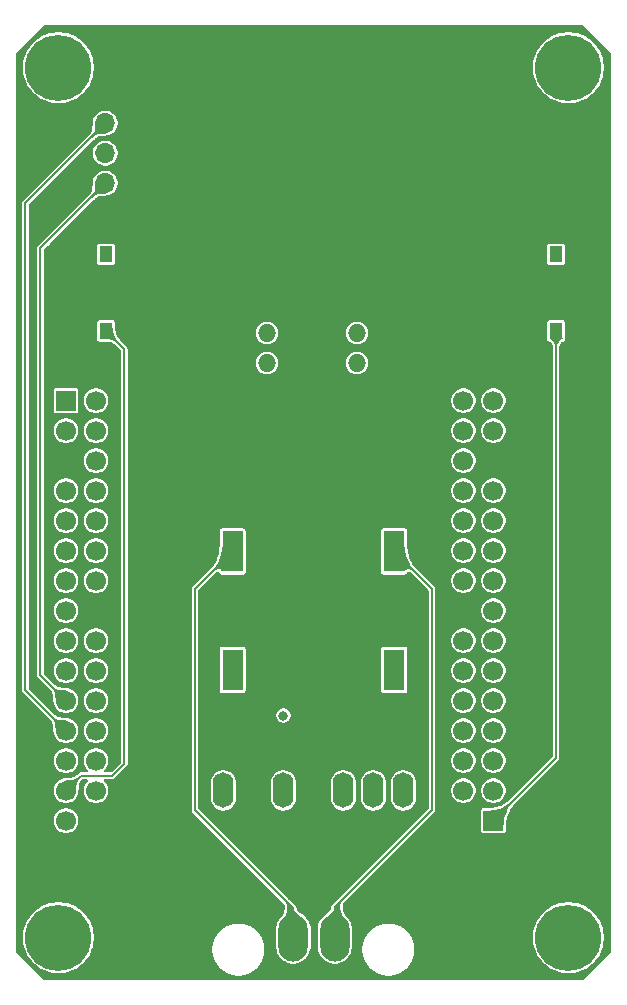
<source format=gbr>
%TF.GenerationSoftware,KiCad,Pcbnew,9.0.6*%
%TF.CreationDate,2026-01-25T13:50:40+09:00*%
%TF.ProjectId,xiaozhi-with-ken-interface,7869616f-7a68-4692-9d77-6974682d6b65,rev?*%
%TF.SameCoordinates,Original*%
%TF.FileFunction,Copper,L1,Top*%
%TF.FilePolarity,Positive*%
%FSLAX46Y46*%
G04 Gerber Fmt 4.6, Leading zero omitted, Abs format (unit mm)*
G04 Created by KiCad (PCBNEW 9.0.6) date 2026-01-25 13:50:40*
%MOMM*%
%LPD*%
G01*
G04 APERTURE LIST*
%TA.AperFunction,ComponentPad*%
%ADD10C,5.600000*%
%TD*%
%TA.AperFunction,SMDPad,CuDef*%
%ADD11R,1.800000X3.500000*%
%TD*%
%TA.AperFunction,ComponentPad*%
%ADD12R,1.524000X1.524000*%
%TD*%
%TA.AperFunction,ComponentPad*%
%ADD13O,1.524000X1.524000*%
%TD*%
%TA.AperFunction,ComponentPad*%
%ADD14O,1.750000X3.000000*%
%TD*%
%TA.AperFunction,ComponentPad*%
%ADD15O,2.500000X4.000000*%
%TD*%
%TA.AperFunction,ComponentPad*%
%ADD16R,1.700000X1.700000*%
%TD*%
%TA.AperFunction,ComponentPad*%
%ADD17C,1.700000*%
%TD*%
%TA.AperFunction,SMDPad,CuDef*%
%ADD18R,1.100000X1.400000*%
%TD*%
%TA.AperFunction,ComponentPad*%
%ADD19O,1.700000X1.700000*%
%TD*%
%TA.AperFunction,ViaPad*%
%ADD20C,0.800000*%
%TD*%
%TA.AperFunction,Conductor*%
%ADD21C,0.150000*%
%TD*%
G04 APERTURE END LIST*
D10*
%TO.P,H1,1,1*%
%TO.N,unconnected-(H1-Pad1)*%
X105410000Y-116840000D03*
%TD*%
%TO.P,H2,1,1*%
%TO.N,unconnected-(H2-Pad1)*%
X62230000Y-116840000D03*
%TD*%
%TO.P,H4,1,1*%
%TO.N,unconnected-(H4-Pad1)*%
X105410000Y-43180000D03*
%TD*%
D11*
%TO.P,SPK1,1,+*%
%TO.N,Net-(SPK1-+)*%
X90670000Y-84154001D03*
%TO.P,SPK1,2,2*%
%TO.N,Net-(U6-OUTN)*%
X76970000Y-84154001D03*
%TO.P,SPK1,3,3*%
%TO.N,unconnected-(SPK1-Pad3)*%
X76970000Y-94153999D03*
%TO.P,SPK1,4,4*%
%TO.N,unconnected-(SPK1-Pad4)*%
X90670000Y-94153999D03*
%TD*%
D12*
%TO.P,M1,GND*%
%TO.N,GND*%
X87511900Y-63119000D03*
D13*
%TO.P,M1,L/R*%
X79891900Y-63119000D03*
%TO.P,M1,SCK*%
%TO.N,/I2S_A_SCK*%
X79891900Y-68199000D03*
%TO.P,M1,SD*%
%TO.N,/I2S_A_SD*%
X87511900Y-68199000D03*
%TO.P,M1,VDD*%
%TO.N,+3V3*%
X87511900Y-65659000D03*
%TO.P,M1,WS*%
%TO.N,/I2S_A_WS*%
X79891900Y-65659000D03*
%TD*%
D14*
%TO.P,U6,1,Vin*%
%TO.N,+3V3*%
X76200000Y-104386000D03*
%TO.P,U6,2,GND*%
%TO.N,GND*%
X78740000Y-104386000D03*
%TO.P,U6,3,~{SD_MODE}*%
%TO.N,+3V3*%
X81280000Y-104386000D03*
%TO.P,U6,4,GAIN*%
%TO.N,GND*%
X83820000Y-104386000D03*
%TO.P,U6,5,DIN*%
%TO.N,/I2S_B_DIN*%
X86360000Y-104386000D03*
%TO.P,U6,6,BCLK*%
%TO.N,/I2S_B_BCLK*%
X88900000Y-104386000D03*
%TO.P,U6,7,LRC*%
%TO.N,/I2S_B_LRC*%
X91440000Y-104386000D03*
D15*
%TO.P,U6,8,OUTP*%
%TO.N,Net-(SPK1-+)*%
X85620000Y-116840000D03*
%TO.P,U6,9,OUTN*%
%TO.N,Net-(U6-OUTN)*%
X82120000Y-116840000D03*
%TD*%
D10*
%TO.P,H3,1,1*%
%TO.N,unconnected-(H3-Pad1)*%
X62230000Y-43180000D03*
%TD*%
D16*
%TO.P,U3,1,1*%
%TO.N,/ADC_A*%
X62865000Y-71374000D03*
D17*
%TO.P,U3,2,2*%
%TO.N,/IO17*%
X65405000Y-71374000D03*
%TO.P,U3,3,3*%
%TO.N,/ADC_B*%
X62865000Y-73914000D03*
%TO.P,U3,4,4*%
%TO.N,/IO18*%
X65405000Y-73914000D03*
%TO.P,U3,5,5*%
%TO.N,GND*%
X62865000Y-76454000D03*
%TO.P,U3,6,6*%
%TO.N,/IO19*%
X65405000Y-76454000D03*
%TO.P,U3,7,7*%
%TO.N,/I2S_A_WS*%
X62865000Y-78994000D03*
%TO.P,U3,8,8*%
%TO.N,/IO20*%
X65405000Y-78994000D03*
%TO.P,U3,9,9*%
%TO.N,/I2S_A_SCK*%
X62865000Y-81534000D03*
%TO.P,U3,10,10*%
%TO.N,+3V3*%
X65405000Y-81534000D03*
%TO.P,U3,11,11*%
%TO.N,/I2S_A_SD*%
X62865000Y-84074000D03*
%TO.P,U3,12,12*%
%TO.N,/I2C_A_SDA*%
X65405000Y-84074000D03*
%TO.P,U3,13,13*%
%TO.N,+5V*%
X62865000Y-86614000D03*
%TO.P,U3,14,14*%
%TO.N,/I2C_A_SCL*%
X65405000Y-86614000D03*
%TO.P,U3,15,15*%
%TO.N,/I2S_B_DIN*%
X62865000Y-89154000D03*
%TO.P,U3,16,16*%
%TO.N,GND*%
X65405000Y-89154000D03*
%TO.P,U3,17,17*%
%TO.N,/I2S_B_BCLK*%
X62865000Y-91694000D03*
%TO.P,U3,18,18*%
%TO.N,/IO11*%
X65405000Y-91694000D03*
%TO.P,U3,19,19*%
%TO.N,/I2S_B_LRC*%
X62865000Y-94234000D03*
%TO.P,U3,20,20*%
%TO.N,/IO13*%
X65405000Y-94234000D03*
%TO.P,U3,21,21*%
%TO.N,+3V3*%
X62865000Y-96774000D03*
%TO.P,U3,22,22*%
%TO.N,/IO12*%
X65405000Y-96774000D03*
%TO.P,U3,23,23*%
%TO.N,/I2C_B_SDA*%
X62865000Y-99314000D03*
%TO.P,U3,24,24*%
%TO.N,/IO10*%
X65405000Y-99314000D03*
%TO.P,U3,25,25*%
%TO.N,/I2C_B_SCL*%
X62865000Y-101854000D03*
%TO.P,U3,26,26*%
%TO.N,/BTN_A*%
X65405000Y-101854000D03*
%TO.P,U3,27,27*%
%TO.N,/BTN_C*%
X62865000Y-104394000D03*
%TO.P,U3,28,28*%
%TO.N,/BTN_B*%
X65405000Y-104394000D03*
%TO.P,U3,29,29*%
%TO.N,/BTN_D*%
X62865000Y-106934000D03*
%TO.P,U3,30,30*%
%TO.N,GND*%
X65405000Y-106934000D03*
%TD*%
D18*
%TO.P,SW2,1,1*%
%TO.N,unconnected-(SW2-Pad1)*%
X66270000Y-58980000D03*
%TO.P,SW2,2,2*%
%TO.N,/BTN_C*%
X66270000Y-65480000D03*
%TO.P,SW2,3,3*%
%TO.N,GND*%
X63270000Y-58980000D03*
%TO.P,SW2,4,4*%
X63270000Y-65480000D03*
%TD*%
%TO.P,SW1,1,1*%
%TO.N,unconnected-(SW1-Pad1)*%
X104370000Y-58980000D03*
%TO.P,SW1,2,2*%
%TO.N,/BTN_D*%
X104370000Y-65480000D03*
%TO.P,SW1,3,3*%
%TO.N,GND*%
X101370000Y-58980000D03*
%TO.P,SW1,4,4*%
X101370000Y-65480000D03*
%TD*%
D16*
%TO.P,U5,1,1*%
%TO.N,/BTN_D*%
X99060000Y-106934000D03*
D17*
%TO.P,U5,2,2*%
%TO.N,GND*%
X96520000Y-106934000D03*
%TO.P,U5,3,3*%
%TO.N,/BTN_C*%
X99060000Y-104394000D03*
%TO.P,U5,4,4*%
%TO.N,/BTN_B*%
X96520000Y-104394000D03*
%TO.P,U5,5,5*%
%TO.N,/I2C_B_SCL*%
X99060000Y-101854000D03*
%TO.P,U5,6,6*%
%TO.N,/BTN_A*%
X96520000Y-101854000D03*
%TO.P,U5,7,7*%
%TO.N,/I2C_B_SDA*%
X99060000Y-99314000D03*
%TO.P,U5,8,8*%
%TO.N,/IO10*%
X96520000Y-99314000D03*
%TO.P,U5,9,9*%
%TO.N,+3V3*%
X99060000Y-96774000D03*
%TO.P,U5,10,10*%
%TO.N,/IO12*%
X96520000Y-96774000D03*
%TO.P,U5,11,11*%
%TO.N,/I2S_B_LRC*%
X99060000Y-94234000D03*
%TO.P,U5,12,12*%
%TO.N,/IO13*%
X96520000Y-94234000D03*
%TO.P,U5,13,13*%
%TO.N,/I2S_B_BCLK*%
X99060000Y-91694000D03*
%TO.P,U5,14,14*%
%TO.N,/IO11*%
X96520000Y-91694000D03*
%TO.P,U5,15,15*%
%TO.N,/I2S_B_DIN*%
X99060000Y-89154000D03*
%TO.P,U5,16,16*%
%TO.N,GND*%
X96520000Y-89154000D03*
%TO.P,U5,17,17*%
%TO.N,+5V*%
X99060000Y-86614000D03*
%TO.P,U5,18,18*%
%TO.N,/I2C_A_SCL*%
X96520000Y-86614000D03*
%TO.P,U5,19,19*%
%TO.N,/I2S_A_SD*%
X99060000Y-84074000D03*
%TO.P,U5,20,20*%
%TO.N,/I2C_A_SDA*%
X96520000Y-84074000D03*
%TO.P,U5,21,21*%
%TO.N,/I2S_A_SCK*%
X99060000Y-81534000D03*
%TO.P,U5,22,22*%
%TO.N,+3V3*%
X96520000Y-81534000D03*
%TO.P,U5,23,23*%
%TO.N,/I2S_A_WS*%
X99060000Y-78994000D03*
%TO.P,U5,24,24*%
%TO.N,/IO20*%
X96520000Y-78994000D03*
%TO.P,U5,25,25*%
%TO.N,GND*%
X99060000Y-76454000D03*
%TO.P,U5,26,26*%
%TO.N,/IO19*%
X96520000Y-76454000D03*
%TO.P,U5,27,27*%
%TO.N,/ADC_B*%
X99060000Y-73914000D03*
%TO.P,U5,28,28*%
%TO.N,/IO18*%
X96520000Y-73914000D03*
%TO.P,U5,29,29*%
%TO.N,/ADC_A*%
X99060000Y-71374000D03*
%TO.P,U5,30,30*%
%TO.N,/IO17*%
X96520000Y-71374000D03*
%TD*%
D16*
%TO.P,J1,1,Pin_1*%
%TO.N,GND*%
X66205000Y-55511000D03*
D19*
%TO.P,J1,2,Pin_2*%
%TO.N,+3V3*%
X66205000Y-52971000D03*
%TO.P,J1,3,Pin_3*%
%TO.N,/I2C_B_SCL*%
X66205000Y-50431000D03*
%TO.P,J1,4,Pin_4*%
%TO.N,/I2C_B_SDA*%
X66205000Y-47891000D03*
%TD*%
D20*
%TO.N,GND*%
X67818000Y-106934000D03*
X103124000Y-99314000D03*
X72644000Y-89154000D03*
X83820000Y-77724000D03*
X59436000Y-101981000D03*
X81280000Y-109601000D03*
X91059000Y-77724000D03*
X70358000Y-106934000D03*
X100711000Y-103124000D03*
X62230000Y-47879000D03*
X103124000Y-106934000D03*
X74930000Y-89154000D03*
X103124000Y-92964000D03*
X83820000Y-109601000D03*
X97790000Y-69596000D03*
X76200000Y-109601000D03*
X100711000Y-92964000D03*
X72644000Y-103124000D03*
X69850000Y-89154000D03*
X103124000Y-82804000D03*
X88900000Y-109601000D03*
X89535000Y-89154000D03*
X83820000Y-65786000D03*
X94615000Y-77724000D03*
X92456000Y-89154000D03*
X72644000Y-104521000D03*
X100711000Y-106934000D03*
X100711000Y-82804000D03*
X78359000Y-89154000D03*
X64135000Y-69596000D03*
X103124000Y-104394000D03*
X83820000Y-89154000D03*
%TO.N,+3V3*%
X81280000Y-98044000D03*
%TD*%
D21*
%TO.N,+3V3*%
X60706000Y-58470000D02*
X60706000Y-94615000D01*
X60706000Y-94615000D02*
X62865000Y-96774000D01*
X66205000Y-52971000D02*
X60706000Y-58470000D01*
%TO.N,/I2C_B_SDA*%
X59436000Y-95885000D02*
X62865000Y-99314000D01*
X66205000Y-47891000D02*
X59436000Y-54660000D01*
X59436000Y-54660000D02*
X59436000Y-95885000D01*
%TO.N,/BTN_C*%
X66270000Y-65480000D02*
X67818000Y-67028000D01*
X67818000Y-102108000D02*
X66802000Y-103124000D01*
X67818000Y-67028000D02*
X67818000Y-102108000D01*
X64135000Y-103124000D02*
X62865000Y-104394000D01*
X66802000Y-103124000D02*
X64135000Y-103124000D01*
%TO.N,/BTN_D*%
X104370000Y-101624000D02*
X99060000Y-106934000D01*
X104370000Y-65480000D02*
X104370000Y-101624000D01*
%TO.N,Net-(U6-OUTN)*%
X82120000Y-114378000D02*
X73787000Y-106045000D01*
X73787000Y-106045000D02*
X73787000Y-87337001D01*
X82120000Y-116840000D02*
X82120000Y-114378000D01*
X73787000Y-87337001D02*
X76970000Y-84154001D01*
%TO.N,Net-(SPK1-+)*%
X93853000Y-87337001D02*
X90670000Y-84154001D01*
X85620000Y-114278000D02*
X93853000Y-106045000D01*
X85620000Y-116840000D02*
X85620000Y-114278000D01*
X93853000Y-106045000D02*
X93853000Y-87337001D01*
%TD*%
%TA.AperFunction,Conductor*%
%TO.N,GND*%
G36*
X106612627Y-39590185D02*
G01*
X106633269Y-39606819D01*
X108983181Y-41956730D01*
X109016666Y-42018053D01*
X109019500Y-42044411D01*
X109019500Y-117975588D01*
X108999815Y-118042627D01*
X108983181Y-118063269D01*
X106633269Y-120413181D01*
X106571946Y-120446666D01*
X106545588Y-120449500D01*
X61094411Y-120449500D01*
X61027372Y-120429815D01*
X61006730Y-120413181D01*
X58656819Y-118063269D01*
X58623334Y-118001946D01*
X58620500Y-117975588D01*
X58620500Y-116671491D01*
X59229500Y-116671491D01*
X59229500Y-117008508D01*
X59267231Y-117343381D01*
X59267233Y-117343397D01*
X59342223Y-117671953D01*
X59342227Y-117671965D01*
X59453532Y-117990054D01*
X59599752Y-118293683D01*
X59599754Y-118293686D01*
X59779054Y-118579039D01*
X59989175Y-118842523D01*
X60227477Y-119080825D01*
X60490961Y-119290946D01*
X60776314Y-119470246D01*
X61079949Y-119616469D01*
X61318848Y-119700063D01*
X61398034Y-119727772D01*
X61398046Y-119727776D01*
X61726606Y-119802767D01*
X62061492Y-119840499D01*
X62061493Y-119840500D01*
X62061496Y-119840500D01*
X62398507Y-119840500D01*
X62398507Y-119840499D01*
X62733394Y-119802767D01*
X63061954Y-119727776D01*
X63380051Y-119616469D01*
X63683686Y-119470246D01*
X63969039Y-119290946D01*
X64232523Y-119080825D01*
X64470825Y-118842523D01*
X64680946Y-118579039D01*
X64860246Y-118293686D01*
X65006469Y-117990051D01*
X65103841Y-117711778D01*
X75269500Y-117711778D01*
X75269500Y-118000221D01*
X75269501Y-118000238D01*
X75307149Y-118286206D01*
X75307150Y-118286211D01*
X75307151Y-118286217D01*
X75381809Y-118564844D01*
X75381814Y-118564860D01*
X75492191Y-118831336D01*
X75492199Y-118831352D01*
X75636420Y-119081148D01*
X75636431Y-119081164D01*
X75812024Y-119310002D01*
X75812030Y-119310009D01*
X76015990Y-119513969D01*
X76015997Y-119513975D01*
X76149568Y-119616467D01*
X76244844Y-119689575D01*
X76244851Y-119689579D01*
X76494647Y-119833800D01*
X76494663Y-119833808D01*
X76761139Y-119944185D01*
X76761145Y-119944186D01*
X76761155Y-119944191D01*
X77039783Y-120018849D01*
X77325772Y-120056500D01*
X77325779Y-120056500D01*
X77614221Y-120056500D01*
X77614228Y-120056500D01*
X77900217Y-120018849D01*
X78178845Y-119944191D01*
X78178857Y-119944185D01*
X78178860Y-119944185D01*
X78445336Y-119833808D01*
X78445339Y-119833806D01*
X78445345Y-119833804D01*
X78695156Y-119689575D01*
X78924004Y-119513974D01*
X79127974Y-119310004D01*
X79303575Y-119081156D01*
X79447804Y-118831345D01*
X79448122Y-118830579D01*
X79558185Y-118564860D01*
X79558185Y-118564857D01*
X79558191Y-118564845D01*
X79632849Y-118286217D01*
X79670500Y-118000228D01*
X79670500Y-117711772D01*
X79632849Y-117425783D01*
X79558191Y-117147155D01*
X79558186Y-117147145D01*
X79558185Y-117147139D01*
X79447808Y-116880663D01*
X79447800Y-116880647D01*
X79303579Y-116630851D01*
X79303575Y-116630844D01*
X79127974Y-116401996D01*
X79127969Y-116401990D01*
X78924009Y-116198030D01*
X78924002Y-116198024D01*
X78695164Y-116022431D01*
X78695162Y-116022429D01*
X78695156Y-116022425D01*
X78695151Y-116022422D01*
X78695148Y-116022420D01*
X78445352Y-115878199D01*
X78445336Y-115878191D01*
X78178860Y-115767814D01*
X78178848Y-115767810D01*
X78178845Y-115767809D01*
X77900217Y-115693151D01*
X77900211Y-115693150D01*
X77900206Y-115693149D01*
X77614238Y-115655501D01*
X77614233Y-115655500D01*
X77614228Y-115655500D01*
X77325772Y-115655500D01*
X77325766Y-115655500D01*
X77325761Y-115655501D01*
X77039793Y-115693149D01*
X77039786Y-115693150D01*
X77039783Y-115693151D01*
X76826354Y-115750339D01*
X76761155Y-115767809D01*
X76761139Y-115767814D01*
X76494663Y-115878191D01*
X76494647Y-115878199D01*
X76244851Y-116022420D01*
X76244835Y-116022431D01*
X76015997Y-116198024D01*
X76015990Y-116198030D01*
X75812030Y-116401990D01*
X75812024Y-116401997D01*
X75636431Y-116630835D01*
X75636420Y-116630851D01*
X75492199Y-116880647D01*
X75492191Y-116880663D01*
X75381814Y-117147139D01*
X75381809Y-117147155D01*
X75346865Y-117277570D01*
X75307152Y-117425780D01*
X75307149Y-117425793D01*
X75269501Y-117711761D01*
X75269500Y-117711778D01*
X65103841Y-117711778D01*
X65106508Y-117704157D01*
X65117774Y-117671961D01*
X65117775Y-117671957D01*
X65155897Y-117504935D01*
X65192767Y-117343394D01*
X65230500Y-117008504D01*
X65230500Y-116671496D01*
X65192767Y-116336606D01*
X65117776Y-116008046D01*
X65006469Y-115689949D01*
X64860246Y-115386314D01*
X64680946Y-115100961D01*
X64470825Y-114837477D01*
X64232523Y-114599175D01*
X63969039Y-114389054D01*
X63705085Y-114223200D01*
X63683683Y-114209752D01*
X63380054Y-114063532D01*
X63061965Y-113952227D01*
X63061953Y-113952223D01*
X62733397Y-113877233D01*
X62733381Y-113877231D01*
X62398508Y-113839500D01*
X62398504Y-113839500D01*
X62061496Y-113839500D01*
X62061491Y-113839500D01*
X61726618Y-113877231D01*
X61726602Y-113877233D01*
X61398046Y-113952223D01*
X61398034Y-113952227D01*
X61079945Y-114063532D01*
X60776316Y-114209752D01*
X60490962Y-114389053D01*
X60227477Y-114599174D01*
X59989174Y-114837477D01*
X59779053Y-115100962D01*
X59599752Y-115386316D01*
X59453532Y-115689945D01*
X59342227Y-116008034D01*
X59342223Y-116008046D01*
X59267233Y-116336602D01*
X59267231Y-116336618D01*
X59229500Y-116671491D01*
X58620500Y-116671491D01*
X58620500Y-106830530D01*
X61814500Y-106830530D01*
X61814500Y-107037469D01*
X61854868Y-107240412D01*
X61854870Y-107240420D01*
X61934058Y-107431596D01*
X62049024Y-107603657D01*
X62195342Y-107749975D01*
X62195345Y-107749977D01*
X62367402Y-107864941D01*
X62558580Y-107944130D01*
X62703052Y-107972867D01*
X62761530Y-107984499D01*
X62761534Y-107984500D01*
X62761535Y-107984500D01*
X62968466Y-107984500D01*
X62968467Y-107984499D01*
X63171420Y-107944130D01*
X63362598Y-107864941D01*
X63534655Y-107749977D01*
X63680977Y-107603655D01*
X63795941Y-107431598D01*
X63875130Y-107240420D01*
X63915500Y-107037465D01*
X63915500Y-106830535D01*
X63875130Y-106627580D01*
X63795941Y-106436402D01*
X63680977Y-106264345D01*
X63680975Y-106264342D01*
X63534657Y-106118024D01*
X63366655Y-106005770D01*
X63362598Y-106003059D01*
X63276034Y-105967203D01*
X63171420Y-105923870D01*
X63171412Y-105923868D01*
X62968469Y-105883500D01*
X62968465Y-105883500D01*
X62761535Y-105883500D01*
X62761530Y-105883500D01*
X62558587Y-105923868D01*
X62558579Y-105923870D01*
X62367403Y-106003058D01*
X62195342Y-106118024D01*
X62049024Y-106264342D01*
X61934058Y-106436403D01*
X61854870Y-106627579D01*
X61854868Y-106627587D01*
X61814500Y-106830530D01*
X58620500Y-106830530D01*
X58620500Y-104290530D01*
X61814500Y-104290530D01*
X61814500Y-104497469D01*
X61854868Y-104700412D01*
X61854870Y-104700420D01*
X61934058Y-104891596D01*
X62049024Y-105063657D01*
X62195342Y-105209975D01*
X62195345Y-105209977D01*
X62367402Y-105324941D01*
X62558580Y-105404130D01*
X62761530Y-105444499D01*
X62761534Y-105444500D01*
X62761535Y-105444500D01*
X62968466Y-105444500D01*
X62968467Y-105444499D01*
X63171420Y-105404130D01*
X63362598Y-105324941D01*
X63534655Y-105209977D01*
X63680977Y-105063655D01*
X63795941Y-104891598D01*
X63875130Y-104700420D01*
X63894333Y-104603876D01*
X63903809Y-104577115D01*
X63914962Y-104500165D01*
X63915500Y-104497465D01*
X63915500Y-104497449D01*
X63915531Y-104497145D01*
X63916216Y-104491524D01*
X63945349Y-104290534D01*
X63945491Y-104289554D01*
X63946489Y-104281564D01*
X63946585Y-104280651D01*
X63947273Y-104272591D01*
X63960809Y-104065879D01*
X63960885Y-104064795D01*
X63974465Y-103882397D01*
X63976009Y-103870070D01*
X63985993Y-103813521D01*
X63989331Y-103799463D01*
X64004554Y-103748731D01*
X64010410Y-103733117D01*
X64034273Y-103680558D01*
X64041858Y-103666380D01*
X64081462Y-103602677D01*
X64089260Y-103591549D01*
X64152292Y-103511359D01*
X64159141Y-103503370D01*
X64219436Y-103438840D01*
X64279589Y-103403297D01*
X64310039Y-103399500D01*
X64614505Y-103399500D01*
X64681544Y-103419185D01*
X64727299Y-103471989D01*
X64737243Y-103541147D01*
X64708218Y-103604703D01*
X64702186Y-103611181D01*
X64589025Y-103724341D01*
X64589024Y-103724342D01*
X64474058Y-103896403D01*
X64394870Y-104087579D01*
X64394868Y-104087587D01*
X64354500Y-104290530D01*
X64354500Y-104497469D01*
X64394868Y-104700412D01*
X64394870Y-104700420D01*
X64474058Y-104891596D01*
X64589024Y-105063657D01*
X64735342Y-105209975D01*
X64735345Y-105209977D01*
X64907402Y-105324941D01*
X65098580Y-105404130D01*
X65301530Y-105444499D01*
X65301534Y-105444500D01*
X65301535Y-105444500D01*
X65508466Y-105444500D01*
X65508467Y-105444499D01*
X65711420Y-105404130D01*
X65902598Y-105324941D01*
X66074655Y-105209977D01*
X66220977Y-105063655D01*
X66335941Y-104891598D01*
X66415130Y-104700420D01*
X66455500Y-104497465D01*
X66455500Y-104290535D01*
X66415130Y-104087580D01*
X66335941Y-103896402D01*
X66220977Y-103724345D01*
X66220975Y-103724342D01*
X66107814Y-103611181D01*
X66074329Y-103549858D01*
X66079313Y-103480166D01*
X66121185Y-103424233D01*
X66186649Y-103399816D01*
X66195495Y-103399500D01*
X66856799Y-103399500D01*
X66856800Y-103399500D01*
X66958058Y-103357557D01*
X67035557Y-103280058D01*
X68051557Y-102264058D01*
X68093500Y-102162800D01*
X68093500Y-87282200D01*
X73511500Y-87282200D01*
X73511500Y-106099802D01*
X73544102Y-106178509D01*
X73553442Y-106201057D01*
X73553444Y-106201060D01*
X81317909Y-113965525D01*
X81323484Y-113974127D01*
X81328915Y-113978127D01*
X81346070Y-114008972D01*
X81359614Y-114044443D01*
X81366824Y-114063323D01*
X81373528Y-114088624D01*
X81393129Y-114215492D01*
X81394559Y-114236884D01*
X81390979Y-114417400D01*
X81389161Y-114436235D01*
X81350863Y-114655944D01*
X81347801Y-114669178D01*
X81317744Y-114772853D01*
X81314852Y-114781600D01*
X81276619Y-114884264D01*
X81234775Y-114940219D01*
X81233303Y-114941305D01*
X81175066Y-114983618D01*
X81175060Y-114983623D01*
X81013622Y-115145061D01*
X80879421Y-115329771D01*
X80775770Y-115533196D01*
X80705215Y-115750339D01*
X80669500Y-115975837D01*
X80669500Y-117704162D01*
X80705215Y-117929660D01*
X80775770Y-118146803D01*
X80843626Y-118279976D01*
X80879421Y-118350228D01*
X81013621Y-118534937D01*
X81175063Y-118696379D01*
X81359772Y-118830579D01*
X81409171Y-118855749D01*
X81563196Y-118934229D01*
X81563198Y-118934229D01*
X81563201Y-118934231D01*
X81679592Y-118972049D01*
X81780339Y-119004784D01*
X82005838Y-119040500D01*
X82005843Y-119040500D01*
X82234162Y-119040500D01*
X82459660Y-119004784D01*
X82676799Y-118934231D01*
X82880228Y-118830579D01*
X83064937Y-118696379D01*
X83226379Y-118534937D01*
X83360579Y-118350228D01*
X83464231Y-118146799D01*
X83534784Y-117929660D01*
X83570500Y-117704162D01*
X83570500Y-115975837D01*
X84169500Y-115975837D01*
X84169500Y-117704162D01*
X84205215Y-117929660D01*
X84275770Y-118146803D01*
X84343626Y-118279976D01*
X84379421Y-118350228D01*
X84513621Y-118534937D01*
X84675063Y-118696379D01*
X84859772Y-118830579D01*
X84909171Y-118855749D01*
X85063196Y-118934229D01*
X85063198Y-118934229D01*
X85063201Y-118934231D01*
X85179592Y-118972049D01*
X85280339Y-119004784D01*
X85505838Y-119040500D01*
X85505843Y-119040500D01*
X85734162Y-119040500D01*
X85959660Y-119004784D01*
X86176799Y-118934231D01*
X86380228Y-118830579D01*
X86564937Y-118696379D01*
X86726379Y-118534937D01*
X86860579Y-118350228D01*
X86964231Y-118146799D01*
X87034784Y-117929660D01*
X87069294Y-117711778D01*
X87969500Y-117711778D01*
X87969500Y-118000221D01*
X87969501Y-118000238D01*
X88007149Y-118286206D01*
X88007150Y-118286211D01*
X88007151Y-118286217D01*
X88081809Y-118564844D01*
X88081814Y-118564860D01*
X88192191Y-118831336D01*
X88192199Y-118831352D01*
X88336420Y-119081148D01*
X88336431Y-119081164D01*
X88512024Y-119310002D01*
X88512030Y-119310009D01*
X88715990Y-119513969D01*
X88715997Y-119513975D01*
X88849568Y-119616467D01*
X88944844Y-119689575D01*
X88944851Y-119689579D01*
X89194647Y-119833800D01*
X89194663Y-119833808D01*
X89461139Y-119944185D01*
X89461145Y-119944186D01*
X89461155Y-119944191D01*
X89739783Y-120018849D01*
X90025772Y-120056500D01*
X90025779Y-120056500D01*
X90314221Y-120056500D01*
X90314228Y-120056500D01*
X90600217Y-120018849D01*
X90878845Y-119944191D01*
X90878857Y-119944185D01*
X90878860Y-119944185D01*
X91145336Y-119833808D01*
X91145339Y-119833806D01*
X91145345Y-119833804D01*
X91395156Y-119689575D01*
X91624004Y-119513974D01*
X91827974Y-119310004D01*
X92003575Y-119081156D01*
X92147804Y-118831345D01*
X92148122Y-118830579D01*
X92258185Y-118564860D01*
X92258185Y-118564857D01*
X92258191Y-118564845D01*
X92332849Y-118286217D01*
X92370500Y-118000228D01*
X92370500Y-117711772D01*
X92332849Y-117425783D01*
X92258191Y-117147155D01*
X92258186Y-117147145D01*
X92258185Y-117147139D01*
X92147808Y-116880663D01*
X92147800Y-116880647D01*
X92060833Y-116730017D01*
X92027043Y-116671491D01*
X102409500Y-116671491D01*
X102409500Y-117008508D01*
X102447231Y-117343381D01*
X102447233Y-117343397D01*
X102522223Y-117671953D01*
X102522227Y-117671965D01*
X102633532Y-117990054D01*
X102779752Y-118293683D01*
X102779754Y-118293686D01*
X102959054Y-118579039D01*
X103169175Y-118842523D01*
X103407477Y-119080825D01*
X103670961Y-119290946D01*
X103956314Y-119470246D01*
X104259949Y-119616469D01*
X104498848Y-119700063D01*
X104578034Y-119727772D01*
X104578046Y-119727776D01*
X104906606Y-119802767D01*
X105241492Y-119840499D01*
X105241493Y-119840500D01*
X105241496Y-119840500D01*
X105578507Y-119840500D01*
X105578507Y-119840499D01*
X105913394Y-119802767D01*
X106241954Y-119727776D01*
X106560051Y-119616469D01*
X106863686Y-119470246D01*
X107149039Y-119290946D01*
X107412523Y-119080825D01*
X107650825Y-118842523D01*
X107860946Y-118579039D01*
X108040246Y-118293686D01*
X108186469Y-117990051D01*
X108297776Y-117671954D01*
X108372767Y-117343394D01*
X108410500Y-117008504D01*
X108410500Y-116671496D01*
X108372767Y-116336606D01*
X108297776Y-116008046D01*
X108186469Y-115689949D01*
X108040246Y-115386314D01*
X107860946Y-115100961D01*
X107650825Y-114837477D01*
X107412523Y-114599175D01*
X107149039Y-114389054D01*
X106885085Y-114223200D01*
X106863683Y-114209752D01*
X106560054Y-114063532D01*
X106241965Y-113952227D01*
X106241953Y-113952223D01*
X105913397Y-113877233D01*
X105913381Y-113877231D01*
X105578508Y-113839500D01*
X105578504Y-113839500D01*
X105241496Y-113839500D01*
X105241491Y-113839500D01*
X104906618Y-113877231D01*
X104906602Y-113877233D01*
X104578046Y-113952223D01*
X104578034Y-113952227D01*
X104259945Y-114063532D01*
X103956316Y-114209752D01*
X103670962Y-114389053D01*
X103407477Y-114599174D01*
X103169174Y-114837477D01*
X102959053Y-115100962D01*
X102779752Y-115386316D01*
X102633532Y-115689945D01*
X102522227Y-116008034D01*
X102522223Y-116008046D01*
X102447233Y-116336602D01*
X102447231Y-116336618D01*
X102409500Y-116671491D01*
X92027043Y-116671491D01*
X92003579Y-116630851D01*
X92003575Y-116630844D01*
X91827974Y-116401996D01*
X91827969Y-116401990D01*
X91624009Y-116198030D01*
X91624002Y-116198024D01*
X91395164Y-116022431D01*
X91395162Y-116022429D01*
X91395156Y-116022425D01*
X91395151Y-116022422D01*
X91395148Y-116022420D01*
X91145352Y-115878199D01*
X91145336Y-115878191D01*
X90878860Y-115767814D01*
X90878848Y-115767810D01*
X90878845Y-115767809D01*
X90600217Y-115693151D01*
X90600211Y-115693150D01*
X90600206Y-115693149D01*
X90314238Y-115655501D01*
X90314233Y-115655500D01*
X90314228Y-115655500D01*
X90025772Y-115655500D01*
X90025766Y-115655500D01*
X90025761Y-115655501D01*
X89739793Y-115693149D01*
X89739786Y-115693150D01*
X89739783Y-115693151D01*
X89526354Y-115750339D01*
X89461155Y-115767809D01*
X89461139Y-115767814D01*
X89194663Y-115878191D01*
X89194647Y-115878199D01*
X88944851Y-116022420D01*
X88944835Y-116022431D01*
X88715997Y-116198024D01*
X88715990Y-116198030D01*
X88512030Y-116401990D01*
X88512024Y-116401997D01*
X88336431Y-116630835D01*
X88336420Y-116630851D01*
X88192199Y-116880647D01*
X88192191Y-116880663D01*
X88081814Y-117147139D01*
X88081809Y-117147155D01*
X88046865Y-117277570D01*
X88007152Y-117425780D01*
X88007149Y-117425793D01*
X87969501Y-117711761D01*
X87969500Y-117711778D01*
X87069294Y-117711778D01*
X87070500Y-117704162D01*
X87070500Y-115975837D01*
X87034784Y-115750339D01*
X86964229Y-115533196D01*
X86909550Y-115425884D01*
X86860579Y-115329772D01*
X86726379Y-115145063D01*
X86564937Y-114983621D01*
X86557594Y-114978286D01*
X86488956Y-114928416D01*
X86479120Y-114916407D01*
X86468262Y-114909454D01*
X86449132Y-114879794D01*
X86406697Y-114787274D01*
X86400673Y-114771332D01*
X86331624Y-114542020D01*
X86328508Y-114529254D01*
X86308603Y-114423721D01*
X86307219Y-114414488D01*
X86295464Y-114309029D01*
X86294757Y-114299010D01*
X86293622Y-114261153D01*
X86291947Y-114205284D01*
X86292116Y-114194131D01*
X86297134Y-114111074D01*
X86298523Y-114098610D01*
X86308691Y-114036280D01*
X86311840Y-114022198D01*
X86321585Y-113988092D01*
X86353129Y-113934484D01*
X94086557Y-106201059D01*
X94098841Y-106171400D01*
X94128500Y-106099800D01*
X94128500Y-106064247D01*
X98009500Y-106064247D01*
X98009500Y-107803752D01*
X98021131Y-107862229D01*
X98021132Y-107862230D01*
X98065447Y-107928552D01*
X98131769Y-107972867D01*
X98131770Y-107972868D01*
X98190247Y-107984499D01*
X98190250Y-107984500D01*
X98190252Y-107984500D01*
X99929750Y-107984500D01*
X99929751Y-107984499D01*
X99944568Y-107981552D01*
X99988229Y-107972868D01*
X99988229Y-107972867D01*
X99988231Y-107972867D01*
X100054552Y-107928552D01*
X100098867Y-107862231D01*
X100098867Y-107862229D01*
X100098868Y-107862229D01*
X100110499Y-107803752D01*
X100110500Y-107803750D01*
X100110500Y-107321612D01*
X100114888Y-107288916D01*
X100116132Y-107284366D01*
X100132647Y-107050365D01*
X100134603Y-107035508D01*
X100174322Y-106830530D01*
X100188972Y-106754926D01*
X100192191Y-106742052D01*
X100289608Y-106425664D01*
X100292820Y-106416524D01*
X100353163Y-106264225D01*
X100355827Y-106258008D01*
X100423492Y-106111336D01*
X100426723Y-106104841D01*
X100496164Y-105975015D01*
X100500256Y-105967942D01*
X100571064Y-105854421D01*
X100576352Y-105846625D01*
X100638112Y-105762632D01*
X100645205Y-105753855D01*
X100710349Y-105680377D01*
X100713445Y-105675258D01*
X100731868Y-105651745D01*
X104603557Y-101780058D01*
X104615786Y-101750535D01*
X104645500Y-101678800D01*
X104645500Y-66784762D01*
X104647318Y-66763608D01*
X104648641Y-66755963D01*
X104649311Y-66754198D01*
X104660281Y-66688731D01*
X104660340Y-66688394D01*
X104660548Y-66687969D01*
X104668814Y-66660087D01*
X104708977Y-66567754D01*
X104718844Y-66549443D01*
X104741842Y-66514205D01*
X104751026Y-66501880D01*
X104781940Y-66465354D01*
X104793689Y-66453248D01*
X104816043Y-66433152D01*
X104831102Y-66421572D01*
X104850088Y-66409164D01*
X104868630Y-66399182D01*
X104873183Y-66397210D01*
X104894582Y-66390172D01*
X104904289Y-66387932D01*
X104906505Y-66387523D01*
X104906501Y-66387501D01*
X104911081Y-66386502D01*
X104911084Y-66386502D01*
X104930606Y-66382244D01*
X104933784Y-66381743D01*
X104933774Y-66381689D01*
X104998229Y-66368868D01*
X104998229Y-66368867D01*
X104998231Y-66368867D01*
X105064552Y-66324552D01*
X105108867Y-66258231D01*
X105108867Y-66258229D01*
X105108868Y-66258229D01*
X105120499Y-66199752D01*
X105120500Y-66199750D01*
X105120500Y-64760249D01*
X105120499Y-64760247D01*
X105108868Y-64701770D01*
X105108867Y-64701769D01*
X105064552Y-64635447D01*
X104998230Y-64591132D01*
X104998229Y-64591131D01*
X104939752Y-64579500D01*
X104939748Y-64579500D01*
X103800252Y-64579500D01*
X103800247Y-64579500D01*
X103741770Y-64591131D01*
X103741769Y-64591132D01*
X103675447Y-64635447D01*
X103631132Y-64701769D01*
X103631131Y-64701770D01*
X103619500Y-64760247D01*
X103619500Y-66199752D01*
X103631131Y-66258229D01*
X103631132Y-66258230D01*
X103675447Y-66324552D01*
X103702012Y-66342301D01*
X103741769Y-66368867D01*
X103768997Y-66374282D01*
X103774877Y-66375602D01*
X103782367Y-66377475D01*
X103803848Y-66385795D01*
X103843054Y-66392652D01*
X103847386Y-66393736D01*
X103852265Y-66396599D01*
X103876113Y-66404865D01*
X103895230Y-66415164D01*
X103922040Y-66434637D01*
X103965341Y-66475973D01*
X103983211Y-66497364D01*
X103992842Y-66511957D01*
X104038439Y-66581050D01*
X104048053Y-66598533D01*
X104064492Y-66635124D01*
X104069725Y-66648911D01*
X104079017Y-66678608D01*
X104083587Y-66699251D01*
X104089302Y-66742136D01*
X104089950Y-66746997D01*
X104091023Y-66751930D01*
X104090284Y-66752090D01*
X104094500Y-66780395D01*
X104094500Y-101458522D01*
X104074815Y-101525561D01*
X104058181Y-101546203D01*
X100346869Y-105257514D01*
X100337386Y-105266067D01*
X100328481Y-105273302D01*
X100318317Y-105278828D01*
X100181355Y-105392855D01*
X100180739Y-105393356D01*
X100180341Y-105393522D01*
X100167468Y-105402765D01*
X99963895Y-105527878D01*
X99951183Y-105534705D01*
X99668119Y-105666120D01*
X99658994Y-105669922D01*
X99503970Y-105727373D01*
X99497675Y-105729516D01*
X99334614Y-105780184D01*
X99328028Y-105782033D01*
X99169088Y-105821957D01*
X99161929Y-105823531D01*
X99039783Y-105846614D01*
X99006275Y-105852946D01*
X98998390Y-105854174D01*
X98862905Y-105870841D01*
X98854025Y-105871611D01*
X98759543Y-105876386D01*
X98725603Y-105878102D01*
X98725584Y-105878103D01*
X98714384Y-105878670D01*
X98685629Y-105882599D01*
X98683876Y-105882788D01*
X98683107Y-105882649D01*
X98670604Y-105883500D01*
X98190247Y-105883500D01*
X98131770Y-105895131D01*
X98131769Y-105895132D01*
X98065447Y-105939447D01*
X98021132Y-106005769D01*
X98021131Y-106005770D01*
X98009500Y-106064247D01*
X94128500Y-106064247D01*
X94128500Y-104290530D01*
X95469500Y-104290530D01*
X95469500Y-104497469D01*
X95509868Y-104700412D01*
X95509870Y-104700420D01*
X95589058Y-104891596D01*
X95704024Y-105063657D01*
X95850342Y-105209975D01*
X95850345Y-105209977D01*
X96022402Y-105324941D01*
X96213580Y-105404130D01*
X96416530Y-105444499D01*
X96416534Y-105444500D01*
X96416535Y-105444500D01*
X96623466Y-105444500D01*
X96623467Y-105444499D01*
X96826420Y-105404130D01*
X97017598Y-105324941D01*
X97189655Y-105209977D01*
X97335977Y-105063655D01*
X97450941Y-104891598D01*
X97530130Y-104700420D01*
X97570500Y-104497465D01*
X97570500Y-104290535D01*
X97570499Y-104290530D01*
X98009500Y-104290530D01*
X98009500Y-104497469D01*
X98049868Y-104700412D01*
X98049870Y-104700420D01*
X98129058Y-104891596D01*
X98244024Y-105063657D01*
X98390342Y-105209975D01*
X98390345Y-105209977D01*
X98562402Y-105324941D01*
X98753580Y-105404130D01*
X98956530Y-105444499D01*
X98956534Y-105444500D01*
X98956535Y-105444500D01*
X99163466Y-105444500D01*
X99163467Y-105444499D01*
X99366420Y-105404130D01*
X99557598Y-105324941D01*
X99729655Y-105209977D01*
X99875977Y-105063655D01*
X99990941Y-104891598D01*
X100070130Y-104700420D01*
X100110500Y-104497465D01*
X100110500Y-104290535D01*
X100070130Y-104087580D01*
X99990941Y-103896402D01*
X99875977Y-103724345D01*
X99875975Y-103724342D01*
X99729657Y-103578024D01*
X99643626Y-103520541D01*
X99557598Y-103463059D01*
X99463864Y-103424233D01*
X99366420Y-103383870D01*
X99366412Y-103383868D01*
X99163469Y-103343500D01*
X99163465Y-103343500D01*
X98956535Y-103343500D01*
X98956530Y-103343500D01*
X98753587Y-103383868D01*
X98753579Y-103383870D01*
X98562403Y-103463058D01*
X98390342Y-103578024D01*
X98244024Y-103724342D01*
X98129058Y-103896403D01*
X98049870Y-104087579D01*
X98049868Y-104087587D01*
X98009500Y-104290530D01*
X97570499Y-104290530D01*
X97530130Y-104087580D01*
X97450941Y-103896402D01*
X97335977Y-103724345D01*
X97335975Y-103724342D01*
X97189657Y-103578024D01*
X97103626Y-103520541D01*
X97017598Y-103463059D01*
X96923864Y-103424233D01*
X96826420Y-103383870D01*
X96826412Y-103383868D01*
X96623469Y-103343500D01*
X96623465Y-103343500D01*
X96416535Y-103343500D01*
X96416530Y-103343500D01*
X96213587Y-103383868D01*
X96213579Y-103383870D01*
X96022403Y-103463058D01*
X95850342Y-103578024D01*
X95704024Y-103724342D01*
X95589058Y-103896403D01*
X95509870Y-104087579D01*
X95509868Y-104087587D01*
X95469500Y-104290530D01*
X94128500Y-104290530D01*
X94128500Y-101750530D01*
X95469500Y-101750530D01*
X95469500Y-101957469D01*
X95509868Y-102160412D01*
X95509870Y-102160420D01*
X95589058Y-102351596D01*
X95704024Y-102523657D01*
X95850342Y-102669975D01*
X95850345Y-102669977D01*
X96022402Y-102784941D01*
X96213580Y-102864130D01*
X96416530Y-102904499D01*
X96416534Y-102904500D01*
X96416535Y-102904500D01*
X96623466Y-102904500D01*
X96623467Y-102904499D01*
X96826420Y-102864130D01*
X97017598Y-102784941D01*
X97189655Y-102669977D01*
X97335977Y-102523655D01*
X97450941Y-102351598D01*
X97530130Y-102160420D01*
X97570500Y-101957465D01*
X97570500Y-101750535D01*
X97570499Y-101750530D01*
X98009500Y-101750530D01*
X98009500Y-101957469D01*
X98049868Y-102160412D01*
X98049870Y-102160420D01*
X98129058Y-102351596D01*
X98244024Y-102523657D01*
X98390342Y-102669975D01*
X98390345Y-102669977D01*
X98562402Y-102784941D01*
X98753580Y-102864130D01*
X98956530Y-102904499D01*
X98956534Y-102904500D01*
X98956535Y-102904500D01*
X99163466Y-102904500D01*
X99163467Y-102904499D01*
X99366420Y-102864130D01*
X99557598Y-102784941D01*
X99729655Y-102669977D01*
X99875977Y-102523655D01*
X99990941Y-102351598D01*
X100070130Y-102160420D01*
X100110500Y-101957465D01*
X100110500Y-101750535D01*
X100070130Y-101547580D01*
X99990941Y-101356402D01*
X99875977Y-101184345D01*
X99875975Y-101184342D01*
X99729657Y-101038024D01*
X99643626Y-100980541D01*
X99557598Y-100923059D01*
X99366420Y-100843870D01*
X99366412Y-100843868D01*
X99163469Y-100803500D01*
X99163465Y-100803500D01*
X98956535Y-100803500D01*
X98956530Y-100803500D01*
X98753587Y-100843868D01*
X98753579Y-100843870D01*
X98562403Y-100923058D01*
X98390342Y-101038024D01*
X98244024Y-101184342D01*
X98129058Y-101356403D01*
X98049870Y-101547579D01*
X98049868Y-101547587D01*
X98009500Y-101750530D01*
X97570499Y-101750530D01*
X97530130Y-101547580D01*
X97450941Y-101356402D01*
X97335977Y-101184345D01*
X97335975Y-101184342D01*
X97189657Y-101038024D01*
X97103626Y-100980541D01*
X97017598Y-100923059D01*
X96826420Y-100843870D01*
X96826412Y-100843868D01*
X96623469Y-100803500D01*
X96623465Y-100803500D01*
X96416535Y-100803500D01*
X96416530Y-100803500D01*
X96213587Y-100843868D01*
X96213579Y-100843870D01*
X96022403Y-100923058D01*
X95850342Y-101038024D01*
X95704024Y-101184342D01*
X95589058Y-101356403D01*
X95509870Y-101547579D01*
X95509868Y-101547587D01*
X95469500Y-101750530D01*
X94128500Y-101750530D01*
X94128500Y-99210530D01*
X95469500Y-99210530D01*
X95469500Y-99417469D01*
X95509868Y-99620412D01*
X95509870Y-99620420D01*
X95589058Y-99811596D01*
X95704024Y-99983657D01*
X95850342Y-100129975D01*
X95850345Y-100129977D01*
X96022402Y-100244941D01*
X96213580Y-100324130D01*
X96416530Y-100364499D01*
X96416534Y-100364500D01*
X96416535Y-100364500D01*
X96623466Y-100364500D01*
X96623467Y-100364499D01*
X96826420Y-100324130D01*
X97017598Y-100244941D01*
X97189655Y-100129977D01*
X97335977Y-99983655D01*
X97450941Y-99811598D01*
X97530130Y-99620420D01*
X97570500Y-99417465D01*
X97570500Y-99210535D01*
X97570499Y-99210530D01*
X98009500Y-99210530D01*
X98009500Y-99417469D01*
X98049868Y-99620412D01*
X98049870Y-99620420D01*
X98129058Y-99811596D01*
X98244024Y-99983657D01*
X98390342Y-100129975D01*
X98390345Y-100129977D01*
X98562402Y-100244941D01*
X98753580Y-100324130D01*
X98956530Y-100364499D01*
X98956534Y-100364500D01*
X98956535Y-100364500D01*
X99163466Y-100364500D01*
X99163467Y-100364499D01*
X99366420Y-100324130D01*
X99557598Y-100244941D01*
X99729655Y-100129977D01*
X99875977Y-99983655D01*
X99990941Y-99811598D01*
X100070130Y-99620420D01*
X100110500Y-99417465D01*
X100110500Y-99210535D01*
X100070130Y-99007580D01*
X99990941Y-98816402D01*
X99875977Y-98644345D01*
X99875975Y-98644342D01*
X99729657Y-98498024D01*
X99614960Y-98421387D01*
X99557598Y-98383059D01*
X99366420Y-98303870D01*
X99366412Y-98303868D01*
X99163469Y-98263500D01*
X99163465Y-98263500D01*
X98956535Y-98263500D01*
X98956530Y-98263500D01*
X98753587Y-98303868D01*
X98753579Y-98303870D01*
X98562403Y-98383058D01*
X98390342Y-98498024D01*
X98244024Y-98644342D01*
X98129058Y-98816403D01*
X98049870Y-99007579D01*
X98049868Y-99007587D01*
X98009500Y-99210530D01*
X97570499Y-99210530D01*
X97530130Y-99007580D01*
X97450941Y-98816402D01*
X97335977Y-98644345D01*
X97335975Y-98644342D01*
X97189657Y-98498024D01*
X97074960Y-98421387D01*
X97017598Y-98383059D01*
X96826420Y-98303870D01*
X96826412Y-98303868D01*
X96623469Y-98263500D01*
X96623465Y-98263500D01*
X96416535Y-98263500D01*
X96416530Y-98263500D01*
X96213587Y-98303868D01*
X96213579Y-98303870D01*
X96022403Y-98383058D01*
X95850342Y-98498024D01*
X95704024Y-98644342D01*
X95589058Y-98816403D01*
X95509870Y-99007579D01*
X95509868Y-99007587D01*
X95469500Y-99210530D01*
X94128500Y-99210530D01*
X94128500Y-96670530D01*
X95469500Y-96670530D01*
X95469500Y-96877469D01*
X95509868Y-97080412D01*
X95509870Y-97080420D01*
X95589058Y-97271596D01*
X95704024Y-97443657D01*
X95850342Y-97589975D01*
X95850345Y-97589977D01*
X96022402Y-97704941D01*
X96213580Y-97784130D01*
X96354744Y-97812209D01*
X96416530Y-97824499D01*
X96416534Y-97824500D01*
X96416535Y-97824500D01*
X96623466Y-97824500D01*
X96623467Y-97824499D01*
X96826420Y-97784130D01*
X97017598Y-97704941D01*
X97189655Y-97589977D01*
X97335977Y-97443655D01*
X97450941Y-97271598D01*
X97530130Y-97080420D01*
X97570500Y-96877465D01*
X97570500Y-96670535D01*
X97570499Y-96670530D01*
X98009500Y-96670530D01*
X98009500Y-96877469D01*
X98049868Y-97080412D01*
X98049870Y-97080420D01*
X98129058Y-97271596D01*
X98244024Y-97443657D01*
X98390342Y-97589975D01*
X98390345Y-97589977D01*
X98562402Y-97704941D01*
X98753580Y-97784130D01*
X98894744Y-97812209D01*
X98956530Y-97824499D01*
X98956534Y-97824500D01*
X98956535Y-97824500D01*
X99163466Y-97824500D01*
X99163467Y-97824499D01*
X99366420Y-97784130D01*
X99557598Y-97704941D01*
X99729655Y-97589977D01*
X99875977Y-97443655D01*
X99990941Y-97271598D01*
X100070130Y-97080420D01*
X100110500Y-96877465D01*
X100110500Y-96670535D01*
X100070130Y-96467580D01*
X99990941Y-96276402D01*
X99875977Y-96104345D01*
X99875975Y-96104342D01*
X99729657Y-95958024D01*
X99614960Y-95881387D01*
X99557598Y-95843059D01*
X99471034Y-95807203D01*
X99366420Y-95763870D01*
X99366412Y-95763868D01*
X99163469Y-95723500D01*
X99163465Y-95723500D01*
X98956535Y-95723500D01*
X98956530Y-95723500D01*
X98753587Y-95763868D01*
X98753579Y-95763870D01*
X98562403Y-95843058D01*
X98390342Y-95958024D01*
X98244024Y-96104342D01*
X98129058Y-96276403D01*
X98049870Y-96467579D01*
X98049868Y-96467587D01*
X98009500Y-96670530D01*
X97570499Y-96670530D01*
X97530130Y-96467580D01*
X97450941Y-96276402D01*
X97335977Y-96104345D01*
X97335975Y-96104342D01*
X97189657Y-95958024D01*
X97074960Y-95881387D01*
X97017598Y-95843059D01*
X96931034Y-95807203D01*
X96826420Y-95763870D01*
X96826412Y-95763868D01*
X96623469Y-95723500D01*
X96623465Y-95723500D01*
X96416535Y-95723500D01*
X96416530Y-95723500D01*
X96213587Y-95763868D01*
X96213579Y-95763870D01*
X96022403Y-95843058D01*
X95850342Y-95958024D01*
X95704024Y-96104342D01*
X95589058Y-96276403D01*
X95509870Y-96467579D01*
X95509868Y-96467587D01*
X95469500Y-96670530D01*
X94128500Y-96670530D01*
X94128500Y-94130530D01*
X95469500Y-94130530D01*
X95469500Y-94337469D01*
X95509868Y-94540412D01*
X95509870Y-94540420D01*
X95589058Y-94731596D01*
X95704024Y-94903657D01*
X95850342Y-95049975D01*
X95850345Y-95049977D01*
X96022402Y-95164941D01*
X96213580Y-95244130D01*
X96416530Y-95284499D01*
X96416534Y-95284500D01*
X96416535Y-95284500D01*
X96623466Y-95284500D01*
X96623467Y-95284499D01*
X96826420Y-95244130D01*
X97017598Y-95164941D01*
X97189655Y-95049977D01*
X97335977Y-94903655D01*
X97450941Y-94731598D01*
X97530130Y-94540420D01*
X97570500Y-94337465D01*
X97570500Y-94130535D01*
X97570499Y-94130530D01*
X98009500Y-94130530D01*
X98009500Y-94337469D01*
X98049868Y-94540412D01*
X98049870Y-94540420D01*
X98129058Y-94731596D01*
X98244024Y-94903657D01*
X98390342Y-95049975D01*
X98390345Y-95049977D01*
X98562402Y-95164941D01*
X98753580Y-95244130D01*
X98956530Y-95284499D01*
X98956534Y-95284500D01*
X98956535Y-95284500D01*
X99163466Y-95284500D01*
X99163467Y-95284499D01*
X99366420Y-95244130D01*
X99557598Y-95164941D01*
X99729655Y-95049977D01*
X99875977Y-94903655D01*
X99990941Y-94731598D01*
X100070130Y-94540420D01*
X100110500Y-94337465D01*
X100110500Y-94130535D01*
X100070130Y-93927580D01*
X99990941Y-93736402D01*
X99875977Y-93564345D01*
X99875975Y-93564342D01*
X99729657Y-93418024D01*
X99643626Y-93360541D01*
X99557598Y-93303059D01*
X99366420Y-93223870D01*
X99366412Y-93223868D01*
X99163469Y-93183500D01*
X99163465Y-93183500D01*
X98956535Y-93183500D01*
X98956530Y-93183500D01*
X98753587Y-93223868D01*
X98753579Y-93223870D01*
X98562403Y-93303058D01*
X98390342Y-93418024D01*
X98244024Y-93564342D01*
X98129058Y-93736403D01*
X98049870Y-93927579D01*
X98049868Y-93927587D01*
X98009500Y-94130530D01*
X97570499Y-94130530D01*
X97530130Y-93927580D01*
X97450941Y-93736402D01*
X97335977Y-93564345D01*
X97335975Y-93564342D01*
X97189657Y-93418024D01*
X97103626Y-93360541D01*
X97017598Y-93303059D01*
X96826420Y-93223870D01*
X96826412Y-93223868D01*
X96623469Y-93183500D01*
X96623465Y-93183500D01*
X96416535Y-93183500D01*
X96416530Y-93183500D01*
X96213587Y-93223868D01*
X96213579Y-93223870D01*
X96022403Y-93303058D01*
X95850342Y-93418024D01*
X95704024Y-93564342D01*
X95589058Y-93736403D01*
X95509870Y-93927579D01*
X95509868Y-93927587D01*
X95469500Y-94130530D01*
X94128500Y-94130530D01*
X94128500Y-91590530D01*
X95469500Y-91590530D01*
X95469500Y-91797469D01*
X95509868Y-92000412D01*
X95509870Y-92000420D01*
X95589059Y-92191598D01*
X95604783Y-92215131D01*
X95704024Y-92363657D01*
X95850342Y-92509975D01*
X95850345Y-92509977D01*
X96022402Y-92624941D01*
X96213580Y-92704130D01*
X96416530Y-92744499D01*
X96416534Y-92744500D01*
X96416535Y-92744500D01*
X96623466Y-92744500D01*
X96623467Y-92744499D01*
X96826420Y-92704130D01*
X97017598Y-92624941D01*
X97189655Y-92509977D01*
X97335977Y-92363655D01*
X97450941Y-92191598D01*
X97530130Y-92000420D01*
X97570500Y-91797465D01*
X97570500Y-91590535D01*
X97570499Y-91590530D01*
X98009500Y-91590530D01*
X98009500Y-91797469D01*
X98049868Y-92000412D01*
X98049870Y-92000420D01*
X98129059Y-92191598D01*
X98144783Y-92215131D01*
X98244024Y-92363657D01*
X98390342Y-92509975D01*
X98390345Y-92509977D01*
X98562402Y-92624941D01*
X98753580Y-92704130D01*
X98956530Y-92744499D01*
X98956534Y-92744500D01*
X98956535Y-92744500D01*
X99163466Y-92744500D01*
X99163467Y-92744499D01*
X99366420Y-92704130D01*
X99557598Y-92624941D01*
X99729655Y-92509977D01*
X99875977Y-92363655D01*
X99990941Y-92191598D01*
X100070130Y-92000420D01*
X100110500Y-91797465D01*
X100110500Y-91590535D01*
X100070130Y-91387580D01*
X99990941Y-91196402D01*
X99875977Y-91024345D01*
X99875975Y-91024342D01*
X99729657Y-90878024D01*
X99643626Y-90820541D01*
X99557598Y-90763059D01*
X99366420Y-90683870D01*
X99366412Y-90683868D01*
X99163469Y-90643500D01*
X99163465Y-90643500D01*
X98956535Y-90643500D01*
X98956530Y-90643500D01*
X98753587Y-90683868D01*
X98753579Y-90683870D01*
X98562403Y-90763058D01*
X98390342Y-90878024D01*
X98244024Y-91024342D01*
X98129058Y-91196403D01*
X98049870Y-91387579D01*
X98049868Y-91387587D01*
X98009500Y-91590530D01*
X97570499Y-91590530D01*
X97530130Y-91387580D01*
X97450941Y-91196402D01*
X97335977Y-91024345D01*
X97335975Y-91024342D01*
X97189657Y-90878024D01*
X97103626Y-90820541D01*
X97017598Y-90763059D01*
X96826420Y-90683870D01*
X96826412Y-90683868D01*
X96623469Y-90643500D01*
X96623465Y-90643500D01*
X96416535Y-90643500D01*
X96416530Y-90643500D01*
X96213587Y-90683868D01*
X96213579Y-90683870D01*
X96022403Y-90763058D01*
X95850342Y-90878024D01*
X95704024Y-91024342D01*
X95589058Y-91196403D01*
X95509870Y-91387579D01*
X95509868Y-91387587D01*
X95469500Y-91590530D01*
X94128500Y-91590530D01*
X94128500Y-89050530D01*
X98009500Y-89050530D01*
X98009500Y-89257469D01*
X98049868Y-89460412D01*
X98049870Y-89460420D01*
X98129058Y-89651596D01*
X98244024Y-89823657D01*
X98390342Y-89969975D01*
X98390345Y-89969977D01*
X98562402Y-90084941D01*
X98753580Y-90164130D01*
X98956530Y-90204499D01*
X98956534Y-90204500D01*
X98956535Y-90204500D01*
X99163466Y-90204500D01*
X99163467Y-90204499D01*
X99366420Y-90164130D01*
X99557598Y-90084941D01*
X99729655Y-89969977D01*
X99875977Y-89823655D01*
X99990941Y-89651598D01*
X100070130Y-89460420D01*
X100110500Y-89257465D01*
X100110500Y-89050535D01*
X100070130Y-88847580D01*
X99990941Y-88656402D01*
X99875977Y-88484345D01*
X99875975Y-88484342D01*
X99729657Y-88338024D01*
X99643626Y-88280541D01*
X99557598Y-88223059D01*
X99366420Y-88143870D01*
X99366412Y-88143868D01*
X99163469Y-88103500D01*
X99163465Y-88103500D01*
X98956535Y-88103500D01*
X98956530Y-88103500D01*
X98753587Y-88143868D01*
X98753579Y-88143870D01*
X98562403Y-88223058D01*
X98390342Y-88338024D01*
X98244024Y-88484342D01*
X98129058Y-88656403D01*
X98049870Y-88847579D01*
X98049868Y-88847587D01*
X98009500Y-89050530D01*
X94128500Y-89050530D01*
X94128500Y-87282201D01*
X94093192Y-87196960D01*
X94086558Y-87180943D01*
X94086557Y-87180942D01*
X94086557Y-87180941D01*
X93497739Y-86592124D01*
X93416145Y-86510530D01*
X95469500Y-86510530D01*
X95469500Y-86717469D01*
X95509868Y-86920412D01*
X95509870Y-86920420D01*
X95589058Y-87111596D01*
X95704024Y-87283657D01*
X95850342Y-87429975D01*
X95850345Y-87429977D01*
X96022402Y-87544941D01*
X96213580Y-87624130D01*
X96416530Y-87664499D01*
X96416534Y-87664500D01*
X96416535Y-87664500D01*
X96623466Y-87664500D01*
X96623467Y-87664499D01*
X96826420Y-87624130D01*
X97017598Y-87544941D01*
X97189655Y-87429977D01*
X97335977Y-87283655D01*
X97450941Y-87111598D01*
X97530130Y-86920420D01*
X97570500Y-86717465D01*
X97570500Y-86510535D01*
X97570499Y-86510530D01*
X98009500Y-86510530D01*
X98009500Y-86717469D01*
X98049868Y-86920412D01*
X98049870Y-86920420D01*
X98129058Y-87111596D01*
X98244024Y-87283657D01*
X98390342Y-87429975D01*
X98390345Y-87429977D01*
X98562402Y-87544941D01*
X98753580Y-87624130D01*
X98956530Y-87664499D01*
X98956534Y-87664500D01*
X98956535Y-87664500D01*
X99163466Y-87664500D01*
X99163467Y-87664499D01*
X99366420Y-87624130D01*
X99557598Y-87544941D01*
X99729655Y-87429977D01*
X99875977Y-87283655D01*
X99990941Y-87111598D01*
X100070130Y-86920420D01*
X100110500Y-86717465D01*
X100110500Y-86510535D01*
X100070130Y-86307580D01*
X99990941Y-86116402D01*
X99875977Y-85944345D01*
X99875975Y-85944342D01*
X99729657Y-85798024D01*
X99643626Y-85740541D01*
X99557598Y-85683059D01*
X99366420Y-85603870D01*
X99366412Y-85603868D01*
X99163469Y-85563500D01*
X99163465Y-85563500D01*
X98956535Y-85563500D01*
X98956530Y-85563500D01*
X98753587Y-85603868D01*
X98753579Y-85603870D01*
X98562403Y-85683058D01*
X98390342Y-85798024D01*
X98244024Y-85944342D01*
X98129058Y-86116403D01*
X98049870Y-86307579D01*
X98049868Y-86307587D01*
X98009500Y-86510530D01*
X97570499Y-86510530D01*
X97530130Y-86307580D01*
X97450941Y-86116402D01*
X97335977Y-85944345D01*
X97335975Y-85944342D01*
X97189657Y-85798024D01*
X97103626Y-85740541D01*
X97017598Y-85683059D01*
X96826420Y-85603870D01*
X96826412Y-85603868D01*
X96623469Y-85563500D01*
X96623465Y-85563500D01*
X96416535Y-85563500D01*
X96416530Y-85563500D01*
X96213587Y-85603868D01*
X96213579Y-85603870D01*
X96022403Y-85683058D01*
X95850342Y-85798024D01*
X95704024Y-85944342D01*
X95589058Y-86116403D01*
X95509870Y-86307579D01*
X95509868Y-86307587D01*
X95469500Y-86510530D01*
X93416145Y-86510530D01*
X92431604Y-85525990D01*
X92423194Y-85516683D01*
X92415943Y-85507793D01*
X92410261Y-85497384D01*
X92292908Y-85356945D01*
X92292449Y-85356382D01*
X92292284Y-85355991D01*
X92283157Y-85343357D01*
X92154711Y-85136186D01*
X92147946Y-85123735D01*
X92012245Y-84835833D01*
X92008480Y-84826966D01*
X91947925Y-84667386D01*
X91945811Y-84661345D01*
X91891732Y-84493056D01*
X91889895Y-84486778D01*
X91845829Y-84319897D01*
X91844254Y-84313172D01*
X91810552Y-84148606D01*
X91809279Y-84141264D01*
X91788400Y-83994789D01*
X91787508Y-83986573D01*
X91786308Y-83970530D01*
X95469500Y-83970530D01*
X95469500Y-84177469D01*
X95509868Y-84380412D01*
X95509870Y-84380420D01*
X95589058Y-84571596D01*
X95704024Y-84743657D01*
X95850342Y-84889975D01*
X95850345Y-84889977D01*
X96022402Y-85004941D01*
X96213580Y-85084130D01*
X96412634Y-85123724D01*
X96416530Y-85124499D01*
X96416534Y-85124500D01*
X96416535Y-85124500D01*
X96623466Y-85124500D01*
X96623467Y-85124499D01*
X96826420Y-85084130D01*
X97017598Y-85004941D01*
X97189655Y-84889977D01*
X97335977Y-84743655D01*
X97450941Y-84571598D01*
X97530130Y-84380420D01*
X97570500Y-84177465D01*
X97570500Y-83970535D01*
X97570499Y-83970530D01*
X98009500Y-83970530D01*
X98009500Y-84177469D01*
X98049868Y-84380412D01*
X98049870Y-84380420D01*
X98129058Y-84571596D01*
X98244024Y-84743657D01*
X98390342Y-84889975D01*
X98390345Y-84889977D01*
X98562402Y-85004941D01*
X98753580Y-85084130D01*
X98952634Y-85123724D01*
X98956530Y-85124499D01*
X98956534Y-85124500D01*
X98956535Y-85124500D01*
X99163466Y-85124500D01*
X99163467Y-85124499D01*
X99366420Y-85084130D01*
X99557598Y-85004941D01*
X99729655Y-84889977D01*
X99875977Y-84743655D01*
X99990941Y-84571598D01*
X100070130Y-84380420D01*
X100110500Y-84177465D01*
X100110500Y-83970535D01*
X100070130Y-83767580D01*
X99990941Y-83576402D01*
X99875977Y-83404345D01*
X99875975Y-83404342D01*
X99729657Y-83258024D01*
X99643626Y-83200541D01*
X99557598Y-83143059D01*
X99366420Y-83063870D01*
X99366412Y-83063868D01*
X99163469Y-83023500D01*
X99163465Y-83023500D01*
X98956535Y-83023500D01*
X98956530Y-83023500D01*
X98753587Y-83063868D01*
X98753579Y-83063870D01*
X98562403Y-83143058D01*
X98390342Y-83258024D01*
X98244024Y-83404342D01*
X98129058Y-83576403D01*
X98049870Y-83767579D01*
X98049868Y-83767587D01*
X98009500Y-83970530D01*
X97570499Y-83970530D01*
X97530130Y-83767580D01*
X97450941Y-83576402D01*
X97335977Y-83404345D01*
X97335975Y-83404342D01*
X97189657Y-83258024D01*
X97103626Y-83200541D01*
X97017598Y-83143059D01*
X96826420Y-83063870D01*
X96826412Y-83063868D01*
X96623469Y-83023500D01*
X96623465Y-83023500D01*
X96416535Y-83023500D01*
X96416530Y-83023500D01*
X96213587Y-83063868D01*
X96213579Y-83063870D01*
X96022403Y-83143058D01*
X95850342Y-83258024D01*
X95704024Y-83404342D01*
X95589058Y-83576403D01*
X95509870Y-83767579D01*
X95509868Y-83767587D01*
X95469500Y-83970530D01*
X91786308Y-83970530D01*
X91776925Y-83845044D01*
X91776841Y-83843815D01*
X91776664Y-83841049D01*
X91775786Y-83794471D01*
X91771509Y-83756460D01*
X91771155Y-83754762D01*
X91770752Y-83748440D01*
X91770905Y-83747760D01*
X91770500Y-83740540D01*
X91770500Y-82384250D01*
X91770499Y-82384248D01*
X91758868Y-82325771D01*
X91758867Y-82325770D01*
X91714552Y-82259448D01*
X91648230Y-82215133D01*
X91648229Y-82215132D01*
X91589752Y-82203501D01*
X91589748Y-82203501D01*
X89750252Y-82203501D01*
X89750247Y-82203501D01*
X89691770Y-82215132D01*
X89691769Y-82215133D01*
X89625447Y-82259448D01*
X89581132Y-82325770D01*
X89581131Y-82325771D01*
X89569500Y-82384248D01*
X89569500Y-85923753D01*
X89581131Y-85982230D01*
X89581132Y-85982231D01*
X89625447Y-86048553D01*
X89691769Y-86092868D01*
X89691770Y-86092869D01*
X89750247Y-86104500D01*
X89750250Y-86104501D01*
X89750252Y-86104501D01*
X91589750Y-86104501D01*
X91589751Y-86104500D01*
X91604568Y-86101553D01*
X91648229Y-86092869D01*
X91648229Y-86092868D01*
X91648231Y-86092868D01*
X91714552Y-86048553D01*
X91758867Y-85982232D01*
X91758867Y-85982230D01*
X91758868Y-85982230D01*
X91765824Y-85947260D01*
X91773842Y-85931930D01*
X91777069Y-85914936D01*
X91789698Y-85901617D01*
X91798208Y-85885349D01*
X91813243Y-85876787D01*
X91825145Y-85864236D01*
X91842971Y-85859859D01*
X91858924Y-85850775D01*
X91876455Y-85851637D01*
X91892999Y-85847576D01*
X91927670Y-85854158D01*
X91954715Y-85863435D01*
X91982567Y-85877093D01*
X92032547Y-85909937D01*
X92032946Y-85910199D01*
X92052528Y-85926145D01*
X93541181Y-87414797D01*
X93574666Y-87476120D01*
X93577500Y-87502478D01*
X93577500Y-105879522D01*
X93557815Y-105946561D01*
X93541181Y-105967203D01*
X85463942Y-114044443D01*
X85386444Y-114121940D01*
X85344500Y-114223199D01*
X85344500Y-114377595D01*
X85337194Y-114402475D01*
X85333714Y-114428178D01*
X85326108Y-114440228D01*
X85324815Y-114444634D01*
X85314877Y-114458025D01*
X85242063Y-114543466D01*
X85238363Y-114547615D01*
X85094972Y-114701344D01*
X85090630Y-114705772D01*
X85047524Y-114747584D01*
X85017484Y-114769062D01*
X84859771Y-114849421D01*
X84675061Y-114983622D01*
X84513622Y-115145061D01*
X84379421Y-115329771D01*
X84275770Y-115533196D01*
X84205215Y-115750339D01*
X84169500Y-115975837D01*
X83570500Y-115975837D01*
X83534784Y-115750339D01*
X83464229Y-115533196D01*
X83409550Y-115425884D01*
X83360579Y-115329772D01*
X83226379Y-115145063D01*
X83064937Y-114983621D01*
X82880228Y-114849421D01*
X82747122Y-114781600D01*
X82693720Y-114754390D01*
X82664912Y-114734091D01*
X82582097Y-114655944D01*
X82527531Y-114604453D01*
X82520568Y-114597332D01*
X82427431Y-114494096D01*
X82397140Y-114431134D01*
X82395500Y-114411034D01*
X82395500Y-114323201D01*
X82395499Y-114323197D01*
X82369800Y-114261155D01*
X82369799Y-114261153D01*
X82353558Y-114221942D01*
X81793170Y-113661554D01*
X81792134Y-113660083D01*
X81790471Y-113657988D01*
X81782748Y-113648822D01*
X81774793Y-113643177D01*
X74098819Y-105967203D01*
X74065334Y-105905880D01*
X74062500Y-105879522D01*
X74062500Y-103676350D01*
X75124500Y-103676350D01*
X75124500Y-105095649D01*
X75150981Y-105262847D01*
X75203296Y-105423853D01*
X75280152Y-105574688D01*
X75379648Y-105711634D01*
X75379652Y-105711639D01*
X75499360Y-105831347D01*
X75499365Y-105831351D01*
X75618817Y-105918137D01*
X75636315Y-105930850D01*
X75732425Y-105979820D01*
X75787146Y-106007703D01*
X75787148Y-106007703D01*
X75787151Y-106007705D01*
X75873450Y-106035745D01*
X75948152Y-106060018D01*
X76115351Y-106086500D01*
X76115356Y-106086500D01*
X76284649Y-106086500D01*
X76451847Y-106060018D01*
X76612849Y-106007705D01*
X76763685Y-105930850D01*
X76900641Y-105831346D01*
X77020346Y-105711641D01*
X77119850Y-105574685D01*
X77196705Y-105423849D01*
X77249018Y-105262847D01*
X77257392Y-105209975D01*
X77275500Y-105095649D01*
X77275500Y-103676350D01*
X80204500Y-103676350D01*
X80204500Y-105095649D01*
X80230981Y-105262847D01*
X80283296Y-105423853D01*
X80360152Y-105574688D01*
X80459648Y-105711634D01*
X80459652Y-105711639D01*
X80579360Y-105831347D01*
X80579365Y-105831351D01*
X80698817Y-105918137D01*
X80716315Y-105930850D01*
X80812425Y-105979820D01*
X80867146Y-106007703D01*
X80867148Y-106007703D01*
X80867151Y-106007705D01*
X80953450Y-106035745D01*
X81028152Y-106060018D01*
X81195351Y-106086500D01*
X81195356Y-106086500D01*
X81364649Y-106086500D01*
X81531847Y-106060018D01*
X81692849Y-106007705D01*
X81843685Y-105930850D01*
X81980641Y-105831346D01*
X82100346Y-105711641D01*
X82199850Y-105574685D01*
X82276705Y-105423849D01*
X82329018Y-105262847D01*
X82337392Y-105209975D01*
X82355500Y-105095649D01*
X82355500Y-103676350D01*
X85284500Y-103676350D01*
X85284500Y-105095649D01*
X85310981Y-105262847D01*
X85363296Y-105423853D01*
X85440152Y-105574688D01*
X85539648Y-105711634D01*
X85539652Y-105711639D01*
X85659360Y-105831347D01*
X85659365Y-105831351D01*
X85778817Y-105918137D01*
X85796315Y-105930850D01*
X85892425Y-105979820D01*
X85947146Y-106007703D01*
X85947148Y-106007703D01*
X85947151Y-106007705D01*
X86033450Y-106035745D01*
X86108152Y-106060018D01*
X86275351Y-106086500D01*
X86275356Y-106086500D01*
X86444649Y-106086500D01*
X86611847Y-106060018D01*
X86772849Y-106007705D01*
X86923685Y-105930850D01*
X87060641Y-105831346D01*
X87180346Y-105711641D01*
X87279850Y-105574685D01*
X87356705Y-105423849D01*
X87409018Y-105262847D01*
X87417392Y-105209975D01*
X87435500Y-105095649D01*
X87435500Y-103676350D01*
X87824500Y-103676350D01*
X87824500Y-105095649D01*
X87850981Y-105262847D01*
X87903296Y-105423853D01*
X87980152Y-105574688D01*
X88079648Y-105711634D01*
X88079652Y-105711639D01*
X88199360Y-105831347D01*
X88199365Y-105831351D01*
X88318817Y-105918137D01*
X88336315Y-105930850D01*
X88432425Y-105979820D01*
X88487146Y-106007703D01*
X88487148Y-106007703D01*
X88487151Y-106007705D01*
X88573450Y-106035745D01*
X88648152Y-106060018D01*
X88815351Y-106086500D01*
X88815356Y-106086500D01*
X88984649Y-106086500D01*
X89151847Y-106060018D01*
X89312849Y-106007705D01*
X89463685Y-105930850D01*
X89600641Y-105831346D01*
X89720346Y-105711641D01*
X89819850Y-105574685D01*
X89896705Y-105423849D01*
X89949018Y-105262847D01*
X89957392Y-105209975D01*
X89975500Y-105095649D01*
X89975500Y-103676350D01*
X90364500Y-103676350D01*
X90364500Y-105095649D01*
X90390981Y-105262847D01*
X90443296Y-105423853D01*
X90520152Y-105574688D01*
X90619648Y-105711634D01*
X90619652Y-105711639D01*
X90739360Y-105831347D01*
X90739365Y-105831351D01*
X90858817Y-105918137D01*
X90876315Y-105930850D01*
X90972425Y-105979820D01*
X91027146Y-106007703D01*
X91027148Y-106007703D01*
X91027151Y-106007705D01*
X91113450Y-106035745D01*
X91188152Y-106060018D01*
X91355351Y-106086500D01*
X91355356Y-106086500D01*
X91524649Y-106086500D01*
X91691847Y-106060018D01*
X91852849Y-106007705D01*
X92003685Y-105930850D01*
X92140641Y-105831346D01*
X92260346Y-105711641D01*
X92359850Y-105574685D01*
X92436705Y-105423849D01*
X92489018Y-105262847D01*
X92497392Y-105209975D01*
X92515500Y-105095649D01*
X92515500Y-103676350D01*
X92489018Y-103509152D01*
X92459785Y-103419185D01*
X92436705Y-103348151D01*
X92436703Y-103348148D01*
X92436703Y-103348146D01*
X92398380Y-103272934D01*
X92359850Y-103197315D01*
X92291075Y-103102654D01*
X92260351Y-103060365D01*
X92260347Y-103060360D01*
X92140639Y-102940652D01*
X92140634Y-102940648D01*
X92003688Y-102841152D01*
X92003687Y-102841151D01*
X92003685Y-102841150D01*
X91946830Y-102812181D01*
X91852853Y-102764296D01*
X91691847Y-102711981D01*
X91524649Y-102685500D01*
X91524644Y-102685500D01*
X91355356Y-102685500D01*
X91355351Y-102685500D01*
X91188152Y-102711981D01*
X91027146Y-102764296D01*
X90876311Y-102841152D01*
X90739365Y-102940648D01*
X90739360Y-102940652D01*
X90619652Y-103060360D01*
X90619648Y-103060365D01*
X90520152Y-103197311D01*
X90443296Y-103348146D01*
X90390981Y-103509152D01*
X90364500Y-103676350D01*
X89975500Y-103676350D01*
X89949018Y-103509152D01*
X89919785Y-103419185D01*
X89896705Y-103348151D01*
X89896703Y-103348148D01*
X89896703Y-103348146D01*
X89858380Y-103272934D01*
X89819850Y-103197315D01*
X89751075Y-103102654D01*
X89720351Y-103060365D01*
X89720347Y-103060360D01*
X89600639Y-102940652D01*
X89600634Y-102940648D01*
X89463688Y-102841152D01*
X89463687Y-102841151D01*
X89463685Y-102841150D01*
X89406830Y-102812181D01*
X89312853Y-102764296D01*
X89151847Y-102711981D01*
X88984649Y-102685500D01*
X88984644Y-102685500D01*
X88815356Y-102685500D01*
X88815351Y-102685500D01*
X88648152Y-102711981D01*
X88487146Y-102764296D01*
X88336311Y-102841152D01*
X88199365Y-102940648D01*
X88199360Y-102940652D01*
X88079652Y-103060360D01*
X88079648Y-103060365D01*
X87980152Y-103197311D01*
X87903296Y-103348146D01*
X87850981Y-103509152D01*
X87824500Y-103676350D01*
X87435500Y-103676350D01*
X87409018Y-103509152D01*
X87379785Y-103419185D01*
X87356705Y-103348151D01*
X87356703Y-103348148D01*
X87356703Y-103348146D01*
X87318380Y-103272934D01*
X87279850Y-103197315D01*
X87211075Y-103102654D01*
X87180351Y-103060365D01*
X87180347Y-103060360D01*
X87060639Y-102940652D01*
X87060634Y-102940648D01*
X86923688Y-102841152D01*
X86923687Y-102841151D01*
X86923685Y-102841150D01*
X86866830Y-102812181D01*
X86772853Y-102764296D01*
X86611847Y-102711981D01*
X86444649Y-102685500D01*
X86444644Y-102685500D01*
X86275356Y-102685500D01*
X86275351Y-102685500D01*
X86108152Y-102711981D01*
X85947146Y-102764296D01*
X85796311Y-102841152D01*
X85659365Y-102940648D01*
X85659360Y-102940652D01*
X85539652Y-103060360D01*
X85539648Y-103060365D01*
X85440152Y-103197311D01*
X85363296Y-103348146D01*
X85310981Y-103509152D01*
X85284500Y-103676350D01*
X82355500Y-103676350D01*
X82329018Y-103509152D01*
X82299785Y-103419185D01*
X82276705Y-103348151D01*
X82276703Y-103348148D01*
X82276703Y-103348146D01*
X82238380Y-103272934D01*
X82199850Y-103197315D01*
X82131075Y-103102654D01*
X82100351Y-103060365D01*
X82100347Y-103060360D01*
X81980639Y-102940652D01*
X81980634Y-102940648D01*
X81843688Y-102841152D01*
X81843687Y-102841151D01*
X81843685Y-102841150D01*
X81786830Y-102812181D01*
X81692853Y-102764296D01*
X81531847Y-102711981D01*
X81364649Y-102685500D01*
X81364644Y-102685500D01*
X81195356Y-102685500D01*
X81195351Y-102685500D01*
X81028152Y-102711981D01*
X80867146Y-102764296D01*
X80716311Y-102841152D01*
X80579365Y-102940648D01*
X80579360Y-102940652D01*
X80459652Y-103060360D01*
X80459648Y-103060365D01*
X80360152Y-103197311D01*
X80283296Y-103348146D01*
X80230981Y-103509152D01*
X80204500Y-103676350D01*
X77275500Y-103676350D01*
X77249018Y-103509152D01*
X77219785Y-103419185D01*
X77196705Y-103348151D01*
X77196703Y-103348148D01*
X77196703Y-103348146D01*
X77158380Y-103272934D01*
X77119850Y-103197315D01*
X77051075Y-103102654D01*
X77020351Y-103060365D01*
X77020347Y-103060360D01*
X76900639Y-102940652D01*
X76900634Y-102940648D01*
X76763688Y-102841152D01*
X76763687Y-102841151D01*
X76763685Y-102841150D01*
X76706830Y-102812181D01*
X76612853Y-102764296D01*
X76451847Y-102711981D01*
X76284649Y-102685500D01*
X76284644Y-102685500D01*
X76115356Y-102685500D01*
X76115351Y-102685500D01*
X75948152Y-102711981D01*
X75787146Y-102764296D01*
X75636311Y-102841152D01*
X75499365Y-102940648D01*
X75499360Y-102940652D01*
X75379652Y-103060360D01*
X75379648Y-103060365D01*
X75280152Y-103197311D01*
X75203296Y-103348146D01*
X75150981Y-103509152D01*
X75124500Y-103676350D01*
X74062500Y-103676350D01*
X74062500Y-97964943D01*
X80679500Y-97964943D01*
X80679500Y-98123057D01*
X80720265Y-98275192D01*
X80720423Y-98275783D01*
X80720426Y-98275790D01*
X80799475Y-98412709D01*
X80799479Y-98412714D01*
X80799480Y-98412716D01*
X80911284Y-98524520D01*
X80911286Y-98524521D01*
X80911290Y-98524524D01*
X81011643Y-98582462D01*
X81048216Y-98603577D01*
X81200943Y-98644500D01*
X81200945Y-98644500D01*
X81359055Y-98644500D01*
X81359057Y-98644500D01*
X81511784Y-98603577D01*
X81648716Y-98524520D01*
X81760520Y-98412716D01*
X81839577Y-98275784D01*
X81880500Y-98123057D01*
X81880500Y-97964943D01*
X81839577Y-97812216D01*
X81823361Y-97784129D01*
X81760524Y-97675290D01*
X81760518Y-97675282D01*
X81648717Y-97563481D01*
X81648709Y-97563475D01*
X81511790Y-97484426D01*
X81511786Y-97484424D01*
X81511784Y-97484423D01*
X81359057Y-97443500D01*
X81200943Y-97443500D01*
X81048216Y-97484423D01*
X81048209Y-97484426D01*
X80911290Y-97563475D01*
X80911282Y-97563481D01*
X80799481Y-97675282D01*
X80799475Y-97675290D01*
X80720426Y-97812209D01*
X80720423Y-97812216D01*
X80679500Y-97964943D01*
X74062500Y-97964943D01*
X74062500Y-92384246D01*
X75869500Y-92384246D01*
X75869500Y-95923751D01*
X75881131Y-95982228D01*
X75881132Y-95982229D01*
X75925447Y-96048551D01*
X75991769Y-96092866D01*
X75991770Y-96092867D01*
X76050247Y-96104498D01*
X76050250Y-96104499D01*
X76050252Y-96104499D01*
X77889750Y-96104499D01*
X77889751Y-96104498D01*
X77906218Y-96101223D01*
X77948229Y-96092867D01*
X77948229Y-96092866D01*
X77948231Y-96092866D01*
X78014552Y-96048551D01*
X78058867Y-95982230D01*
X78058867Y-95982228D01*
X78058868Y-95982228D01*
X78070499Y-95923751D01*
X78070500Y-95923749D01*
X78070500Y-92384248D01*
X78070499Y-92384246D01*
X89569500Y-92384246D01*
X89569500Y-95923751D01*
X89581131Y-95982228D01*
X89581132Y-95982229D01*
X89625447Y-96048551D01*
X89691769Y-96092866D01*
X89691770Y-96092867D01*
X89750247Y-96104498D01*
X89750250Y-96104499D01*
X89750252Y-96104499D01*
X91589750Y-96104499D01*
X91589751Y-96104498D01*
X91606218Y-96101223D01*
X91648229Y-96092867D01*
X91648229Y-96092866D01*
X91648231Y-96092866D01*
X91714552Y-96048551D01*
X91758867Y-95982230D01*
X91758867Y-95982228D01*
X91758868Y-95982228D01*
X91770499Y-95923751D01*
X91770500Y-95923749D01*
X91770500Y-92384248D01*
X91770499Y-92384246D01*
X91758868Y-92325769D01*
X91758867Y-92325768D01*
X91714552Y-92259446D01*
X91648230Y-92215131D01*
X91648229Y-92215130D01*
X91589752Y-92203499D01*
X91589748Y-92203499D01*
X89750252Y-92203499D01*
X89750247Y-92203499D01*
X89691770Y-92215130D01*
X89691769Y-92215131D01*
X89625447Y-92259446D01*
X89581132Y-92325768D01*
X89581131Y-92325769D01*
X89569500Y-92384246D01*
X78070499Y-92384246D01*
X78058868Y-92325769D01*
X78058867Y-92325768D01*
X78014552Y-92259446D01*
X77948230Y-92215131D01*
X77948229Y-92215130D01*
X77889752Y-92203499D01*
X77889748Y-92203499D01*
X76050252Y-92203499D01*
X76050247Y-92203499D01*
X75991770Y-92215130D01*
X75991769Y-92215131D01*
X75925447Y-92259446D01*
X75881132Y-92325768D01*
X75881131Y-92325769D01*
X75869500Y-92384246D01*
X74062500Y-92384246D01*
X74062500Y-87502477D01*
X74082185Y-87435438D01*
X74098814Y-87414801D01*
X75587793Y-85925821D01*
X75606112Y-85910718D01*
X75616561Y-85903668D01*
X75658844Y-85875137D01*
X75679788Y-85863768D01*
X75702355Y-85854198D01*
X75717631Y-85848867D01*
X75718763Y-85848554D01*
X75788622Y-85849617D01*
X75846819Y-85888280D01*
X75873499Y-85943857D01*
X75881132Y-85982230D01*
X75881132Y-85982231D01*
X75925447Y-86048553D01*
X75991769Y-86092868D01*
X75991770Y-86092869D01*
X76050247Y-86104500D01*
X76050250Y-86104501D01*
X76050252Y-86104501D01*
X77889750Y-86104501D01*
X77889751Y-86104500D01*
X77904568Y-86101553D01*
X77948229Y-86092869D01*
X77948229Y-86092868D01*
X77948231Y-86092868D01*
X78014552Y-86048553D01*
X78058867Y-85982232D01*
X78058867Y-85982230D01*
X78058868Y-85982230D01*
X78070499Y-85923753D01*
X78070500Y-85923751D01*
X78070500Y-82384250D01*
X78070499Y-82384248D01*
X78058868Y-82325771D01*
X78058867Y-82325770D01*
X78014552Y-82259448D01*
X77948230Y-82215133D01*
X77948229Y-82215132D01*
X77889752Y-82203501D01*
X77889748Y-82203501D01*
X76050252Y-82203501D01*
X76050247Y-82203501D01*
X75991770Y-82215132D01*
X75991769Y-82215133D01*
X75925447Y-82259448D01*
X75881132Y-82325770D01*
X75881131Y-82325771D01*
X75869500Y-82384248D01*
X75869500Y-83746130D01*
X75865181Y-83778572D01*
X75863869Y-83783408D01*
X75863869Y-83783412D01*
X75847206Y-84027098D01*
X75845361Y-84041544D01*
X75790540Y-84333215D01*
X75787491Y-84345786D01*
X75689423Y-84674235D01*
X75686379Y-84683172D01*
X75625243Y-84842536D01*
X75622727Y-84848609D01*
X75553981Y-85002830D01*
X75550957Y-85009131D01*
X75479613Y-85147621D01*
X75475816Y-85154453D01*
X75402367Y-85277335D01*
X75397549Y-85284778D01*
X75331694Y-85378950D01*
X75325333Y-85387274D01*
X75259339Y-85466461D01*
X75253549Y-85472933D01*
X75240241Y-85486799D01*
X75233985Y-85496483D01*
X75217516Y-85516868D01*
X73630942Y-87103444D01*
X73553444Y-87180941D01*
X73553443Y-87180942D01*
X73553443Y-87180943D01*
X73541159Y-87210597D01*
X73511500Y-87282200D01*
X68093500Y-87282200D01*
X68093500Y-81430530D01*
X95469500Y-81430530D01*
X95469500Y-81637469D01*
X95509868Y-81840412D01*
X95509870Y-81840420D01*
X95589058Y-82031596D01*
X95704024Y-82203657D01*
X95850342Y-82349975D01*
X95850345Y-82349977D01*
X96022402Y-82464941D01*
X96213580Y-82544130D01*
X96416530Y-82584499D01*
X96416534Y-82584500D01*
X96416535Y-82584500D01*
X96623466Y-82584500D01*
X96623467Y-82584499D01*
X96826420Y-82544130D01*
X97017598Y-82464941D01*
X97189655Y-82349977D01*
X97335977Y-82203655D01*
X97450941Y-82031598D01*
X97530130Y-81840420D01*
X97570500Y-81637465D01*
X97570500Y-81430535D01*
X97570499Y-81430530D01*
X98009500Y-81430530D01*
X98009500Y-81637469D01*
X98049868Y-81840412D01*
X98049870Y-81840420D01*
X98129058Y-82031596D01*
X98244024Y-82203657D01*
X98390342Y-82349975D01*
X98390345Y-82349977D01*
X98562402Y-82464941D01*
X98753580Y-82544130D01*
X98956530Y-82584499D01*
X98956534Y-82584500D01*
X98956535Y-82584500D01*
X99163466Y-82584500D01*
X99163467Y-82584499D01*
X99366420Y-82544130D01*
X99557598Y-82464941D01*
X99729655Y-82349977D01*
X99875977Y-82203655D01*
X99990941Y-82031598D01*
X100070130Y-81840420D01*
X100110500Y-81637465D01*
X100110500Y-81430535D01*
X100070130Y-81227580D01*
X99990941Y-81036402D01*
X99875977Y-80864345D01*
X99875975Y-80864342D01*
X99729657Y-80718024D01*
X99643626Y-80660541D01*
X99557598Y-80603059D01*
X99366420Y-80523870D01*
X99366412Y-80523868D01*
X99163469Y-80483500D01*
X99163465Y-80483500D01*
X98956535Y-80483500D01*
X98956530Y-80483500D01*
X98753587Y-80523868D01*
X98753579Y-80523870D01*
X98562403Y-80603058D01*
X98390342Y-80718024D01*
X98244024Y-80864342D01*
X98129058Y-81036403D01*
X98049870Y-81227579D01*
X98049868Y-81227587D01*
X98009500Y-81430530D01*
X97570499Y-81430530D01*
X97530130Y-81227580D01*
X97450941Y-81036402D01*
X97335977Y-80864345D01*
X97335975Y-80864342D01*
X97189657Y-80718024D01*
X97103626Y-80660541D01*
X97017598Y-80603059D01*
X96826420Y-80523870D01*
X96826412Y-80523868D01*
X96623469Y-80483500D01*
X96623465Y-80483500D01*
X96416535Y-80483500D01*
X96416530Y-80483500D01*
X96213587Y-80523868D01*
X96213579Y-80523870D01*
X96022403Y-80603058D01*
X95850342Y-80718024D01*
X95704024Y-80864342D01*
X95589058Y-81036403D01*
X95509870Y-81227579D01*
X95509868Y-81227587D01*
X95469500Y-81430530D01*
X68093500Y-81430530D01*
X68093500Y-78890530D01*
X95469500Y-78890530D01*
X95469500Y-79097469D01*
X95509868Y-79300412D01*
X95509870Y-79300420D01*
X95589058Y-79491596D01*
X95704024Y-79663657D01*
X95850342Y-79809975D01*
X95850345Y-79809977D01*
X96022402Y-79924941D01*
X96213580Y-80004130D01*
X96416530Y-80044499D01*
X96416534Y-80044500D01*
X96416535Y-80044500D01*
X96623466Y-80044500D01*
X96623467Y-80044499D01*
X96826420Y-80004130D01*
X97017598Y-79924941D01*
X97189655Y-79809977D01*
X97335977Y-79663655D01*
X97450941Y-79491598D01*
X97530130Y-79300420D01*
X97570500Y-79097465D01*
X97570500Y-78890535D01*
X97570499Y-78890530D01*
X98009500Y-78890530D01*
X98009500Y-79097469D01*
X98049868Y-79300412D01*
X98049870Y-79300420D01*
X98129058Y-79491596D01*
X98244024Y-79663657D01*
X98390342Y-79809975D01*
X98390345Y-79809977D01*
X98562402Y-79924941D01*
X98753580Y-80004130D01*
X98956530Y-80044499D01*
X98956534Y-80044500D01*
X98956535Y-80044500D01*
X99163466Y-80044500D01*
X99163467Y-80044499D01*
X99366420Y-80004130D01*
X99557598Y-79924941D01*
X99729655Y-79809977D01*
X99875977Y-79663655D01*
X99990941Y-79491598D01*
X100070130Y-79300420D01*
X100110500Y-79097465D01*
X100110500Y-78890535D01*
X100070130Y-78687580D01*
X99990941Y-78496402D01*
X99875977Y-78324345D01*
X99875975Y-78324342D01*
X99729657Y-78178024D01*
X99643626Y-78120541D01*
X99557598Y-78063059D01*
X99366420Y-77983870D01*
X99366412Y-77983868D01*
X99163469Y-77943500D01*
X99163465Y-77943500D01*
X98956535Y-77943500D01*
X98956530Y-77943500D01*
X98753587Y-77983868D01*
X98753579Y-77983870D01*
X98562403Y-78063058D01*
X98390342Y-78178024D01*
X98244024Y-78324342D01*
X98129058Y-78496403D01*
X98049870Y-78687579D01*
X98049868Y-78687587D01*
X98009500Y-78890530D01*
X97570499Y-78890530D01*
X97530130Y-78687580D01*
X97450941Y-78496402D01*
X97335977Y-78324345D01*
X97335975Y-78324342D01*
X97189657Y-78178024D01*
X97103626Y-78120541D01*
X97017598Y-78063059D01*
X96826420Y-77983870D01*
X96826412Y-77983868D01*
X96623469Y-77943500D01*
X96623465Y-77943500D01*
X96416535Y-77943500D01*
X96416530Y-77943500D01*
X96213587Y-77983868D01*
X96213579Y-77983870D01*
X96022403Y-78063058D01*
X95850342Y-78178024D01*
X95704024Y-78324342D01*
X95589058Y-78496403D01*
X95509870Y-78687579D01*
X95509868Y-78687587D01*
X95469500Y-78890530D01*
X68093500Y-78890530D01*
X68093500Y-76350530D01*
X95469500Y-76350530D01*
X95469500Y-76557469D01*
X95509868Y-76760412D01*
X95509870Y-76760420D01*
X95589058Y-76951596D01*
X95704024Y-77123657D01*
X95850342Y-77269975D01*
X95850345Y-77269977D01*
X96022402Y-77384941D01*
X96213580Y-77464130D01*
X96416530Y-77504499D01*
X96416534Y-77504500D01*
X96416535Y-77504500D01*
X96623466Y-77504500D01*
X96623467Y-77504499D01*
X96826420Y-77464130D01*
X97017598Y-77384941D01*
X97189655Y-77269977D01*
X97335977Y-77123655D01*
X97450941Y-76951598D01*
X97530130Y-76760420D01*
X97570500Y-76557465D01*
X97570500Y-76350535D01*
X97530130Y-76147580D01*
X97450941Y-75956402D01*
X97335977Y-75784345D01*
X97335975Y-75784342D01*
X97189657Y-75638024D01*
X97103626Y-75580541D01*
X97017598Y-75523059D01*
X96826420Y-75443870D01*
X96826412Y-75443868D01*
X96623469Y-75403500D01*
X96623465Y-75403500D01*
X96416535Y-75403500D01*
X96416530Y-75403500D01*
X96213587Y-75443868D01*
X96213579Y-75443870D01*
X96022403Y-75523058D01*
X95850342Y-75638024D01*
X95704024Y-75784342D01*
X95589058Y-75956403D01*
X95509870Y-76147579D01*
X95509868Y-76147587D01*
X95469500Y-76350530D01*
X68093500Y-76350530D01*
X68093500Y-73810530D01*
X95469500Y-73810530D01*
X95469500Y-74017469D01*
X95509868Y-74220412D01*
X95509870Y-74220420D01*
X95589058Y-74411596D01*
X95704024Y-74583657D01*
X95850342Y-74729975D01*
X95850345Y-74729977D01*
X96022402Y-74844941D01*
X96213580Y-74924130D01*
X96416530Y-74964499D01*
X96416534Y-74964500D01*
X96416535Y-74964500D01*
X96623466Y-74964500D01*
X96623467Y-74964499D01*
X96826420Y-74924130D01*
X97017598Y-74844941D01*
X97189655Y-74729977D01*
X97335977Y-74583655D01*
X97450941Y-74411598D01*
X97530130Y-74220420D01*
X97570500Y-74017465D01*
X97570500Y-73810535D01*
X97570499Y-73810530D01*
X98009500Y-73810530D01*
X98009500Y-74017469D01*
X98049868Y-74220412D01*
X98049870Y-74220420D01*
X98129058Y-74411596D01*
X98244024Y-74583657D01*
X98390342Y-74729975D01*
X98390345Y-74729977D01*
X98562402Y-74844941D01*
X98753580Y-74924130D01*
X98956530Y-74964499D01*
X98956534Y-74964500D01*
X98956535Y-74964500D01*
X99163466Y-74964500D01*
X99163467Y-74964499D01*
X99366420Y-74924130D01*
X99557598Y-74844941D01*
X99729655Y-74729977D01*
X99875977Y-74583655D01*
X99990941Y-74411598D01*
X100070130Y-74220420D01*
X100110500Y-74017465D01*
X100110500Y-73810535D01*
X100070130Y-73607580D01*
X99990941Y-73416402D01*
X99875977Y-73244345D01*
X99875975Y-73244342D01*
X99729657Y-73098024D01*
X99643626Y-73040541D01*
X99557598Y-72983059D01*
X99366420Y-72903870D01*
X99366412Y-72903868D01*
X99163469Y-72863500D01*
X99163465Y-72863500D01*
X98956535Y-72863500D01*
X98956530Y-72863500D01*
X98753587Y-72903868D01*
X98753579Y-72903870D01*
X98562403Y-72983058D01*
X98390342Y-73098024D01*
X98244024Y-73244342D01*
X98129058Y-73416403D01*
X98049870Y-73607579D01*
X98049868Y-73607587D01*
X98009500Y-73810530D01*
X97570499Y-73810530D01*
X97530130Y-73607580D01*
X97450941Y-73416402D01*
X97335977Y-73244345D01*
X97335975Y-73244342D01*
X97189657Y-73098024D01*
X97103626Y-73040541D01*
X97017598Y-72983059D01*
X96826420Y-72903870D01*
X96826412Y-72903868D01*
X96623469Y-72863500D01*
X96623465Y-72863500D01*
X96416535Y-72863500D01*
X96416530Y-72863500D01*
X96213587Y-72903868D01*
X96213579Y-72903870D01*
X96022403Y-72983058D01*
X95850342Y-73098024D01*
X95704024Y-73244342D01*
X95589058Y-73416403D01*
X95509870Y-73607579D01*
X95509868Y-73607587D01*
X95469500Y-73810530D01*
X68093500Y-73810530D01*
X68093500Y-71270530D01*
X95469500Y-71270530D01*
X95469500Y-71477469D01*
X95509868Y-71680412D01*
X95509870Y-71680420D01*
X95589058Y-71871596D01*
X95704024Y-72043657D01*
X95850342Y-72189975D01*
X95850345Y-72189977D01*
X96022402Y-72304941D01*
X96213580Y-72384130D01*
X96358052Y-72412867D01*
X96416530Y-72424499D01*
X96416534Y-72424500D01*
X96416535Y-72424500D01*
X96623466Y-72424500D01*
X96623467Y-72424499D01*
X96826420Y-72384130D01*
X97017598Y-72304941D01*
X97189655Y-72189977D01*
X97335977Y-72043655D01*
X97450941Y-71871598D01*
X97530130Y-71680420D01*
X97570500Y-71477465D01*
X97570500Y-71270535D01*
X97570499Y-71270530D01*
X98009500Y-71270530D01*
X98009500Y-71477469D01*
X98049868Y-71680412D01*
X98049870Y-71680420D01*
X98129058Y-71871596D01*
X98244024Y-72043657D01*
X98390342Y-72189975D01*
X98390345Y-72189977D01*
X98562402Y-72304941D01*
X98753580Y-72384130D01*
X98898052Y-72412867D01*
X98956530Y-72424499D01*
X98956534Y-72424500D01*
X98956535Y-72424500D01*
X99163466Y-72424500D01*
X99163467Y-72424499D01*
X99366420Y-72384130D01*
X99557598Y-72304941D01*
X99729655Y-72189977D01*
X99875977Y-72043655D01*
X99990941Y-71871598D01*
X100070130Y-71680420D01*
X100110500Y-71477465D01*
X100110500Y-71270535D01*
X100070130Y-71067580D01*
X99990941Y-70876402D01*
X99875977Y-70704345D01*
X99875975Y-70704342D01*
X99729657Y-70558024D01*
X99561655Y-70445770D01*
X99557598Y-70443059D01*
X99366420Y-70363870D01*
X99366412Y-70363868D01*
X99163469Y-70323500D01*
X99163465Y-70323500D01*
X98956535Y-70323500D01*
X98956530Y-70323500D01*
X98753587Y-70363868D01*
X98753579Y-70363870D01*
X98562403Y-70443058D01*
X98390342Y-70558024D01*
X98244024Y-70704342D01*
X98129058Y-70876403D01*
X98049870Y-71067579D01*
X98049868Y-71067587D01*
X98009500Y-71270530D01*
X97570499Y-71270530D01*
X97530130Y-71067580D01*
X97450941Y-70876402D01*
X97335977Y-70704345D01*
X97335975Y-70704342D01*
X97189657Y-70558024D01*
X97021655Y-70445770D01*
X97017598Y-70443059D01*
X96826420Y-70363870D01*
X96826412Y-70363868D01*
X96623469Y-70323500D01*
X96623465Y-70323500D01*
X96416535Y-70323500D01*
X96416530Y-70323500D01*
X96213587Y-70363868D01*
X96213579Y-70363870D01*
X96022403Y-70443058D01*
X95850342Y-70558024D01*
X95704024Y-70704342D01*
X95589058Y-70876403D01*
X95509870Y-71067579D01*
X95509868Y-71067587D01*
X95469500Y-71270530D01*
X68093500Y-71270530D01*
X68093500Y-68104197D01*
X78929400Y-68104197D01*
X78929400Y-68293802D01*
X78966386Y-68479743D01*
X78966388Y-68479751D01*
X79038942Y-68654912D01*
X79144277Y-68812558D01*
X79278341Y-68946622D01*
X79383200Y-69016686D01*
X79435985Y-69051956D01*
X79611149Y-69124512D01*
X79797097Y-69161499D01*
X79797101Y-69161500D01*
X79797102Y-69161500D01*
X79986699Y-69161500D01*
X79986700Y-69161499D01*
X80172651Y-69124512D01*
X80347815Y-69051956D01*
X80505458Y-68946622D01*
X80639522Y-68812558D01*
X80744856Y-68654915D01*
X80817412Y-68479751D01*
X80854400Y-68293798D01*
X80854400Y-68104202D01*
X80854399Y-68104197D01*
X86549400Y-68104197D01*
X86549400Y-68293802D01*
X86586386Y-68479743D01*
X86586388Y-68479751D01*
X86658942Y-68654912D01*
X86764277Y-68812558D01*
X86898341Y-68946622D01*
X87003200Y-69016686D01*
X87055985Y-69051956D01*
X87231149Y-69124512D01*
X87417097Y-69161499D01*
X87417101Y-69161500D01*
X87417102Y-69161500D01*
X87606699Y-69161500D01*
X87606700Y-69161499D01*
X87792651Y-69124512D01*
X87967815Y-69051956D01*
X88125458Y-68946622D01*
X88259522Y-68812558D01*
X88364856Y-68654915D01*
X88437412Y-68479751D01*
X88474400Y-68293798D01*
X88474400Y-68104202D01*
X88437412Y-67918249D01*
X88364856Y-67743085D01*
X88329586Y-67690300D01*
X88259522Y-67585441D01*
X88125458Y-67451377D01*
X87967812Y-67346042D01*
X87792651Y-67273488D01*
X87792643Y-67273486D01*
X87606702Y-67236500D01*
X87606698Y-67236500D01*
X87417102Y-67236500D01*
X87417097Y-67236500D01*
X87231156Y-67273486D01*
X87231148Y-67273488D01*
X87055987Y-67346042D01*
X86898341Y-67451377D01*
X86764277Y-67585441D01*
X86658942Y-67743087D01*
X86586388Y-67918248D01*
X86586386Y-67918256D01*
X86549400Y-68104197D01*
X80854399Y-68104197D01*
X80817412Y-67918249D01*
X80744856Y-67743085D01*
X80709586Y-67690300D01*
X80639522Y-67585441D01*
X80505458Y-67451377D01*
X80347812Y-67346042D01*
X80172651Y-67273488D01*
X80172643Y-67273486D01*
X79986702Y-67236500D01*
X79986698Y-67236500D01*
X79797102Y-67236500D01*
X79797097Y-67236500D01*
X79611156Y-67273486D01*
X79611148Y-67273488D01*
X79435987Y-67346042D01*
X79278341Y-67451377D01*
X79144277Y-67585441D01*
X79038942Y-67743087D01*
X78966388Y-67918248D01*
X78966386Y-67918256D01*
X78929400Y-68104197D01*
X68093500Y-68104197D01*
X68093500Y-66973200D01*
X68071404Y-66919856D01*
X68051558Y-66871942D01*
X67436074Y-66256459D01*
X67426511Y-66245717D01*
X67419387Y-66236713D01*
X67414956Y-66228297D01*
X67321254Y-66112679D01*
X67320831Y-66112145D01*
X67320645Y-66111685D01*
X67310622Y-66097091D01*
X67204407Y-65912661D01*
X67198686Y-65901446D01*
X67149866Y-65792400D01*
X67146681Y-65784583D01*
X67135345Y-65753802D01*
X67102605Y-65664900D01*
X67099875Y-65656592D01*
X67073075Y-65564197D01*
X78929400Y-65564197D01*
X78929400Y-65753802D01*
X78966386Y-65939743D01*
X78966388Y-65939751D01*
X79038942Y-66114912D01*
X79144277Y-66272558D01*
X79278341Y-66406622D01*
X79356586Y-66458903D01*
X79435985Y-66511956D01*
X79435986Y-66511956D01*
X79435987Y-66511957D01*
X79475666Y-66528392D01*
X79611149Y-66584512D01*
X79786876Y-66619466D01*
X79797097Y-66621499D01*
X79797101Y-66621500D01*
X79797102Y-66621500D01*
X79986699Y-66621500D01*
X79986700Y-66621499D01*
X80172651Y-66584512D01*
X80347815Y-66511956D01*
X80505458Y-66406622D01*
X80639522Y-66272558D01*
X80744856Y-66114915D01*
X80817412Y-65939751D01*
X80854400Y-65753798D01*
X80854400Y-65564202D01*
X80854399Y-65564197D01*
X86549400Y-65564197D01*
X86549400Y-65753802D01*
X86586386Y-65939743D01*
X86586388Y-65939751D01*
X86658942Y-66114912D01*
X86764277Y-66272558D01*
X86898341Y-66406622D01*
X86976586Y-66458903D01*
X87055985Y-66511956D01*
X87055986Y-66511956D01*
X87055987Y-66511957D01*
X87095666Y-66528392D01*
X87231149Y-66584512D01*
X87406876Y-66619466D01*
X87417097Y-66621499D01*
X87417101Y-66621500D01*
X87417102Y-66621500D01*
X87606699Y-66621500D01*
X87606700Y-66621499D01*
X87792651Y-66584512D01*
X87967815Y-66511956D01*
X88125458Y-66406622D01*
X88259522Y-66272558D01*
X88364856Y-66114915D01*
X88437412Y-65939751D01*
X88474400Y-65753798D01*
X88474400Y-65564202D01*
X88437412Y-65378249D01*
X88364856Y-65203085D01*
X88329586Y-65150300D01*
X88259522Y-65045441D01*
X88125458Y-64911377D01*
X87967812Y-64806042D01*
X87792651Y-64733488D01*
X87792643Y-64733486D01*
X87606702Y-64696500D01*
X87606698Y-64696500D01*
X87417102Y-64696500D01*
X87417097Y-64696500D01*
X87231156Y-64733486D01*
X87231148Y-64733488D01*
X87055987Y-64806042D01*
X86898341Y-64911377D01*
X86764277Y-65045441D01*
X86658942Y-65203087D01*
X86586388Y-65378248D01*
X86586386Y-65378256D01*
X86549400Y-65564197D01*
X80854399Y-65564197D01*
X80817412Y-65378249D01*
X80744856Y-65203085D01*
X80709586Y-65150300D01*
X80639522Y-65045441D01*
X80505458Y-64911377D01*
X80347812Y-64806042D01*
X80172651Y-64733488D01*
X80172643Y-64733486D01*
X79986702Y-64696500D01*
X79986698Y-64696500D01*
X79797102Y-64696500D01*
X79797097Y-64696500D01*
X79611156Y-64733486D01*
X79611148Y-64733488D01*
X79435987Y-64806042D01*
X79278341Y-64911377D01*
X79144277Y-65045441D01*
X79038942Y-65203087D01*
X78966388Y-65378248D01*
X78966386Y-65378256D01*
X78929400Y-65564197D01*
X67073075Y-65564197D01*
X67066501Y-65541532D01*
X67064187Y-65532216D01*
X67042158Y-65426008D01*
X67040036Y-65411518D01*
X67026110Y-65250377D01*
X67022133Y-65226126D01*
X67020500Y-65206064D01*
X67020500Y-64760249D01*
X67020499Y-64760247D01*
X67008868Y-64701770D01*
X67008867Y-64701769D01*
X66964552Y-64635447D01*
X66898230Y-64591132D01*
X66898229Y-64591131D01*
X66839752Y-64579500D01*
X66839748Y-64579500D01*
X65700252Y-64579500D01*
X65700247Y-64579500D01*
X65641770Y-64591131D01*
X65641769Y-64591132D01*
X65575447Y-64635447D01*
X65531132Y-64701769D01*
X65531131Y-64701770D01*
X65519500Y-64760247D01*
X65519500Y-66199752D01*
X65531131Y-66258229D01*
X65531132Y-66258230D01*
X65575447Y-66324552D01*
X65641769Y-66368867D01*
X65641770Y-66368868D01*
X65700247Y-66380499D01*
X65700250Y-66380500D01*
X66204788Y-66380500D01*
X66229493Y-66382612D01*
X66248423Y-66380500D01*
X66454097Y-66380500D01*
X66465685Y-66381043D01*
X66484328Y-66382796D01*
X66504882Y-66386496D01*
X66669980Y-66430849D01*
X66688224Y-66437315D01*
X66862396Y-66514828D01*
X66876694Y-66522343D01*
X66934950Y-66557988D01*
X66946074Y-66565659D01*
X66994816Y-66603358D01*
X67003913Y-66611124D01*
X67006798Y-66613838D01*
X67015653Y-66619466D01*
X67036820Y-66636436D01*
X67272328Y-66871944D01*
X67506181Y-67105796D01*
X67539666Y-67167119D01*
X67542500Y-67193477D01*
X67542500Y-101942523D01*
X67522815Y-102009562D01*
X67506181Y-102030204D01*
X66724204Y-102812181D01*
X66662881Y-102845666D01*
X66636523Y-102848500D01*
X66195495Y-102848500D01*
X66128456Y-102828815D01*
X66082701Y-102776011D01*
X66072757Y-102706853D01*
X66101782Y-102643297D01*
X66107814Y-102636819D01*
X66220974Y-102523658D01*
X66220975Y-102523657D01*
X66220977Y-102523655D01*
X66335941Y-102351598D01*
X66415130Y-102160420D01*
X66455500Y-101957465D01*
X66455500Y-101750535D01*
X66415130Y-101547580D01*
X66335941Y-101356402D01*
X66220977Y-101184345D01*
X66220975Y-101184342D01*
X66074657Y-101038024D01*
X65988626Y-100980541D01*
X65902598Y-100923059D01*
X65711420Y-100843870D01*
X65711412Y-100843868D01*
X65508469Y-100803500D01*
X65508465Y-100803500D01*
X65301535Y-100803500D01*
X65301530Y-100803500D01*
X65098587Y-100843868D01*
X65098579Y-100843870D01*
X64907403Y-100923058D01*
X64735342Y-101038024D01*
X64589024Y-101184342D01*
X64474058Y-101356403D01*
X64394870Y-101547579D01*
X64394868Y-101547587D01*
X64354500Y-101750530D01*
X64354500Y-101957469D01*
X64394868Y-102160412D01*
X64394870Y-102160420D01*
X64474058Y-102351596D01*
X64589024Y-102523657D01*
X64702186Y-102636819D01*
X64735671Y-102698142D01*
X64730687Y-102767834D01*
X64688815Y-102823767D01*
X64623351Y-102848184D01*
X64614505Y-102848500D01*
X64080198Y-102848500D01*
X64008599Y-102878158D01*
X64008598Y-102878157D01*
X63978943Y-102890441D01*
X63978942Y-102890442D01*
X63883444Y-102985938D01*
X63878231Y-102990857D01*
X63870305Y-102997915D01*
X63853683Y-103008264D01*
X63758809Y-103097208D01*
X63757600Y-103098286D01*
X63757307Y-103098424D01*
X63752417Y-103102654D01*
X63674079Y-103165088D01*
X63664300Y-103172133D01*
X63637152Y-103189752D01*
X63637068Y-103189805D01*
X63608219Y-103208527D01*
X63596533Y-103215237D01*
X63557399Y-103234963D01*
X63537778Y-103242835D01*
X63439147Y-103272934D01*
X63416411Y-103277602D01*
X63264145Y-103294225D01*
X63257194Y-103294786D01*
X63197350Y-103297930D01*
X63197341Y-103297930D01*
X63197294Y-103297933D01*
X63195811Y-103298021D01*
X63194115Y-103298123D01*
X62969376Y-103313324D01*
X62969347Y-103313326D01*
X62969340Y-103313327D01*
X62967135Y-103313520D01*
X62961251Y-103314035D01*
X62960488Y-103314117D01*
X62960373Y-103314130D01*
X62958696Y-103314343D01*
X62952251Y-103315165D01*
X62810621Y-103336112D01*
X62681250Y-103355247D01*
X62675875Y-103356115D01*
X62675863Y-103356117D01*
X62675845Y-103356120D01*
X62675320Y-103356212D01*
X62663907Y-103360779D01*
X62642033Y-103367270D01*
X62558587Y-103383868D01*
X62558579Y-103383870D01*
X62367403Y-103463058D01*
X62195342Y-103578024D01*
X62049024Y-103724342D01*
X61934058Y-103896403D01*
X61854870Y-104087579D01*
X61854868Y-104087587D01*
X61814500Y-104290530D01*
X58620500Y-104290530D01*
X58620500Y-101750530D01*
X61814500Y-101750530D01*
X61814500Y-101957469D01*
X61854868Y-102160412D01*
X61854870Y-102160420D01*
X61934058Y-102351596D01*
X62049024Y-102523657D01*
X62195342Y-102669975D01*
X62195345Y-102669977D01*
X62367402Y-102784941D01*
X62558580Y-102864130D01*
X62761530Y-102904499D01*
X62761534Y-102904500D01*
X62761535Y-102904500D01*
X62968466Y-102904500D01*
X62968467Y-102904499D01*
X63171420Y-102864130D01*
X63362598Y-102784941D01*
X63534655Y-102669977D01*
X63680977Y-102523655D01*
X63795941Y-102351598D01*
X63875130Y-102160420D01*
X63915500Y-101957465D01*
X63915500Y-101750535D01*
X63875130Y-101547580D01*
X63795941Y-101356402D01*
X63680977Y-101184345D01*
X63680975Y-101184342D01*
X63534657Y-101038024D01*
X63448626Y-100980541D01*
X63362598Y-100923059D01*
X63171420Y-100843870D01*
X63171412Y-100843868D01*
X62968469Y-100803500D01*
X62968465Y-100803500D01*
X62761535Y-100803500D01*
X62761530Y-100803500D01*
X62558587Y-100843868D01*
X62558579Y-100843870D01*
X62367403Y-100923058D01*
X62195342Y-101038024D01*
X62049024Y-101184342D01*
X61934058Y-101356403D01*
X61854870Y-101547579D01*
X61854868Y-101547587D01*
X61814500Y-101750530D01*
X58620500Y-101750530D01*
X58620500Y-54605199D01*
X59160500Y-54605199D01*
X59160500Y-95939802D01*
X59195164Y-96023487D01*
X59202442Y-96041057D01*
X59202444Y-96041060D01*
X61456934Y-98295550D01*
X61461854Y-98300763D01*
X61468913Y-98308689D01*
X61479266Y-98325318D01*
X61568220Y-98420199D01*
X61569278Y-98421387D01*
X61569416Y-98421679D01*
X61573647Y-98426571D01*
X61630593Y-98498023D01*
X61636088Y-98504917D01*
X61643135Y-98514700D01*
X61679524Y-98570774D01*
X61686236Y-98582462D01*
X61705965Y-98621603D01*
X61713833Y-98641214D01*
X61743048Y-98736946D01*
X61743935Y-98739852D01*
X61748602Y-98762588D01*
X61765225Y-98914853D01*
X61765786Y-98921804D01*
X61768930Y-98981649D01*
X61769123Y-98984884D01*
X61784326Y-99209653D01*
X61785032Y-99217715D01*
X61785127Y-99218596D01*
X61786168Y-99226757D01*
X61826254Y-99497788D01*
X61827056Y-99502776D01*
X61827159Y-99503372D01*
X61831754Y-99514881D01*
X61838209Y-99536663D01*
X61854868Y-99620414D01*
X61854870Y-99620420D01*
X61934058Y-99811596D01*
X62049024Y-99983657D01*
X62195342Y-100129975D01*
X62195345Y-100129977D01*
X62367402Y-100244941D01*
X62558580Y-100324130D01*
X62761530Y-100364499D01*
X62761534Y-100364500D01*
X62761535Y-100364500D01*
X62968466Y-100364500D01*
X62968467Y-100364499D01*
X63171420Y-100324130D01*
X63362598Y-100244941D01*
X63534655Y-100129977D01*
X63680977Y-99983655D01*
X63795941Y-99811598D01*
X63875130Y-99620420D01*
X63915500Y-99417465D01*
X63915500Y-99210535D01*
X63915499Y-99210530D01*
X64354500Y-99210530D01*
X64354500Y-99417469D01*
X64394868Y-99620412D01*
X64394870Y-99620420D01*
X64474058Y-99811596D01*
X64589024Y-99983657D01*
X64735342Y-100129975D01*
X64735345Y-100129977D01*
X64907402Y-100244941D01*
X65098580Y-100324130D01*
X65301530Y-100364499D01*
X65301534Y-100364500D01*
X65301535Y-100364500D01*
X65508466Y-100364500D01*
X65508467Y-100364499D01*
X65711420Y-100324130D01*
X65902598Y-100244941D01*
X66074655Y-100129977D01*
X66220977Y-99983655D01*
X66335941Y-99811598D01*
X66415130Y-99620420D01*
X66455500Y-99417465D01*
X66455500Y-99210535D01*
X66415130Y-99007580D01*
X66335941Y-98816402D01*
X66220977Y-98644345D01*
X66220975Y-98644342D01*
X66074657Y-98498024D01*
X65959960Y-98421387D01*
X65902598Y-98383059D01*
X65711420Y-98303870D01*
X65711412Y-98303868D01*
X65508469Y-98263500D01*
X65508465Y-98263500D01*
X65301535Y-98263500D01*
X65301530Y-98263500D01*
X65098587Y-98303868D01*
X65098579Y-98303870D01*
X64907403Y-98383058D01*
X64735342Y-98498024D01*
X64589024Y-98644342D01*
X64474058Y-98816403D01*
X64394870Y-99007579D01*
X64394868Y-99007587D01*
X64354500Y-99210530D01*
X63915499Y-99210530D01*
X63875130Y-99007580D01*
X63795941Y-98816402D01*
X63680977Y-98644345D01*
X63680975Y-98644342D01*
X63534657Y-98498024D01*
X63419960Y-98421387D01*
X63362598Y-98383059D01*
X63171420Y-98303870D01*
X63171414Y-98303868D01*
X63083649Y-98286410D01*
X63083649Y-98286409D01*
X63074872Y-98284663D01*
X63048118Y-98275192D01*
X62971201Y-98264042D01*
X62968471Y-98263499D01*
X62968139Y-98263467D01*
X62962512Y-98262782D01*
X62760573Y-98233509D01*
X62752539Y-98232506D01*
X62751577Y-98232405D01*
X62743607Y-98231726D01*
X62536853Y-98218186D01*
X62535750Y-98218109D01*
X62353419Y-98204533D01*
X62341068Y-98202987D01*
X62284532Y-98193006D01*
X62270454Y-98189663D01*
X62219735Y-98174445D01*
X62204107Y-98168583D01*
X62151580Y-98144734D01*
X62137373Y-98137134D01*
X62073677Y-98097533D01*
X62062517Y-98089713D01*
X61982364Y-98026708D01*
X61974338Y-98019826D01*
X61876060Y-97927999D01*
X61867495Y-97922586D01*
X61846066Y-97905450D01*
X59747819Y-95807203D01*
X59714334Y-95745880D01*
X59711500Y-95719522D01*
X59711500Y-58415200D01*
X60430500Y-58415200D01*
X60430500Y-94669800D01*
X60456098Y-94731598D01*
X60472443Y-94771058D01*
X60472444Y-94771059D01*
X61456934Y-95755549D01*
X61461855Y-95760762D01*
X61468910Y-95768684D01*
X61479266Y-95785318D01*
X61568240Y-95880220D01*
X61569279Y-95881387D01*
X61569418Y-95881681D01*
X61573647Y-95886571D01*
X61630593Y-95958023D01*
X61636088Y-95964917D01*
X61643135Y-95974700D01*
X61679524Y-96030774D01*
X61686236Y-96042462D01*
X61705965Y-96081603D01*
X61713833Y-96101214D01*
X61743048Y-96196946D01*
X61743935Y-96199852D01*
X61748602Y-96222588D01*
X61765225Y-96374853D01*
X61765786Y-96381804D01*
X61768930Y-96441649D01*
X61769123Y-96444884D01*
X61784326Y-96669653D01*
X61785032Y-96677715D01*
X61785127Y-96678596D01*
X61786168Y-96686757D01*
X61826254Y-96957788D01*
X61827056Y-96962776D01*
X61827159Y-96963372D01*
X61831754Y-96974881D01*
X61838209Y-96996663D01*
X61854868Y-97080414D01*
X61854870Y-97080420D01*
X61934058Y-97271596D01*
X62049024Y-97443657D01*
X62195342Y-97589975D01*
X62195345Y-97589977D01*
X62367402Y-97704941D01*
X62558580Y-97784130D01*
X62699744Y-97812209D01*
X62761530Y-97824499D01*
X62761534Y-97824500D01*
X62761535Y-97824500D01*
X62968466Y-97824500D01*
X62968467Y-97824499D01*
X63171420Y-97784130D01*
X63362598Y-97704941D01*
X63534655Y-97589977D01*
X63680977Y-97443655D01*
X63795941Y-97271598D01*
X63875130Y-97080420D01*
X63915500Y-96877465D01*
X63915500Y-96670535D01*
X63915499Y-96670530D01*
X64354500Y-96670530D01*
X64354500Y-96877469D01*
X64394868Y-97080412D01*
X64394870Y-97080420D01*
X64474058Y-97271596D01*
X64589024Y-97443657D01*
X64735342Y-97589975D01*
X64735345Y-97589977D01*
X64907402Y-97704941D01*
X65098580Y-97784130D01*
X65239744Y-97812209D01*
X65301530Y-97824499D01*
X65301534Y-97824500D01*
X65301535Y-97824500D01*
X65508466Y-97824500D01*
X65508467Y-97824499D01*
X65711420Y-97784130D01*
X65902598Y-97704941D01*
X66074655Y-97589977D01*
X66220977Y-97443655D01*
X66335941Y-97271598D01*
X66415130Y-97080420D01*
X66455500Y-96877465D01*
X66455500Y-96670535D01*
X66415130Y-96467580D01*
X66335941Y-96276402D01*
X66220977Y-96104345D01*
X66220975Y-96104342D01*
X66074657Y-95958024D01*
X65959960Y-95881387D01*
X65902598Y-95843059D01*
X65816034Y-95807203D01*
X65711420Y-95763870D01*
X65711412Y-95763868D01*
X65508469Y-95723500D01*
X65508465Y-95723500D01*
X65301535Y-95723500D01*
X65301530Y-95723500D01*
X65098587Y-95763868D01*
X65098579Y-95763870D01*
X64907403Y-95843058D01*
X64735342Y-95958024D01*
X64589024Y-96104342D01*
X64474058Y-96276403D01*
X64394870Y-96467579D01*
X64394868Y-96467587D01*
X64354500Y-96670530D01*
X63915499Y-96670530D01*
X63875130Y-96467580D01*
X63795941Y-96276402D01*
X63680977Y-96104345D01*
X63680975Y-96104342D01*
X63534657Y-95958024D01*
X63419960Y-95881387D01*
X63362598Y-95843059D01*
X63276034Y-95807203D01*
X63171420Y-95763870D01*
X63171414Y-95763868D01*
X63083649Y-95746410D01*
X63083649Y-95746409D01*
X63074872Y-95744663D01*
X63048118Y-95735192D01*
X62971201Y-95724042D01*
X62968471Y-95723499D01*
X62968139Y-95723467D01*
X62962512Y-95722782D01*
X62760573Y-95693509D01*
X62752539Y-95692506D01*
X62751577Y-95692405D01*
X62743607Y-95691726D01*
X62536853Y-95678186D01*
X62535750Y-95678109D01*
X62353419Y-95664533D01*
X62341068Y-95662987D01*
X62284532Y-95653006D01*
X62270454Y-95649663D01*
X62219735Y-95634445D01*
X62204107Y-95628583D01*
X62151580Y-95604734D01*
X62137373Y-95597134D01*
X62073677Y-95557533D01*
X62062517Y-95549713D01*
X61982364Y-95486708D01*
X61974338Y-95479826D01*
X61876062Y-95388001D01*
X61876059Y-95387999D01*
X61876060Y-95387999D01*
X61867499Y-95382589D01*
X61846064Y-95365449D01*
X61017819Y-94537203D01*
X60984334Y-94475880D01*
X60981500Y-94449522D01*
X60981500Y-94130530D01*
X61814500Y-94130530D01*
X61814500Y-94337469D01*
X61854868Y-94540412D01*
X61854870Y-94540420D01*
X61934058Y-94731596D01*
X62049024Y-94903657D01*
X62195342Y-95049975D01*
X62195345Y-95049977D01*
X62367402Y-95164941D01*
X62558580Y-95244130D01*
X62761530Y-95284499D01*
X62761534Y-95284500D01*
X62761535Y-95284500D01*
X62968466Y-95284500D01*
X62968467Y-95284499D01*
X63171420Y-95244130D01*
X63362598Y-95164941D01*
X63534655Y-95049977D01*
X63680977Y-94903655D01*
X63795941Y-94731598D01*
X63875130Y-94540420D01*
X63915500Y-94337465D01*
X63915500Y-94130535D01*
X63915499Y-94130530D01*
X64354500Y-94130530D01*
X64354500Y-94337469D01*
X64394868Y-94540412D01*
X64394870Y-94540420D01*
X64474058Y-94731596D01*
X64589024Y-94903657D01*
X64735342Y-95049975D01*
X64735345Y-95049977D01*
X64907402Y-95164941D01*
X65098580Y-95244130D01*
X65301530Y-95284499D01*
X65301534Y-95284500D01*
X65301535Y-95284500D01*
X65508466Y-95284500D01*
X65508467Y-95284499D01*
X65711420Y-95244130D01*
X65902598Y-95164941D01*
X66074655Y-95049977D01*
X66220977Y-94903655D01*
X66335941Y-94731598D01*
X66415130Y-94540420D01*
X66455500Y-94337465D01*
X66455500Y-94130535D01*
X66415130Y-93927580D01*
X66335941Y-93736402D01*
X66220977Y-93564345D01*
X66220975Y-93564342D01*
X66074657Y-93418024D01*
X65988626Y-93360541D01*
X65902598Y-93303059D01*
X65711420Y-93223870D01*
X65711412Y-93223868D01*
X65508469Y-93183500D01*
X65508465Y-93183500D01*
X65301535Y-93183500D01*
X65301530Y-93183500D01*
X65098587Y-93223868D01*
X65098579Y-93223870D01*
X64907403Y-93303058D01*
X64735342Y-93418024D01*
X64589024Y-93564342D01*
X64474058Y-93736403D01*
X64394870Y-93927579D01*
X64394868Y-93927587D01*
X64354500Y-94130530D01*
X63915499Y-94130530D01*
X63875130Y-93927580D01*
X63795941Y-93736402D01*
X63680977Y-93564345D01*
X63680975Y-93564342D01*
X63534657Y-93418024D01*
X63448626Y-93360541D01*
X63362598Y-93303059D01*
X63171420Y-93223870D01*
X63171412Y-93223868D01*
X62968469Y-93183500D01*
X62968465Y-93183500D01*
X62761535Y-93183500D01*
X62761530Y-93183500D01*
X62558587Y-93223868D01*
X62558579Y-93223870D01*
X62367403Y-93303058D01*
X62195342Y-93418024D01*
X62049024Y-93564342D01*
X61934058Y-93736403D01*
X61854870Y-93927579D01*
X61854868Y-93927587D01*
X61814500Y-94130530D01*
X60981500Y-94130530D01*
X60981500Y-91590530D01*
X61814500Y-91590530D01*
X61814500Y-91797469D01*
X61854868Y-92000412D01*
X61854870Y-92000420D01*
X61934059Y-92191598D01*
X61949783Y-92215131D01*
X62049024Y-92363657D01*
X62195342Y-92509975D01*
X62195345Y-92509977D01*
X62367402Y-92624941D01*
X62558580Y-92704130D01*
X62761530Y-92744499D01*
X62761534Y-92744500D01*
X62761535Y-92744500D01*
X62968466Y-92744500D01*
X62968467Y-92744499D01*
X63171420Y-92704130D01*
X63362598Y-92624941D01*
X63534655Y-92509977D01*
X63680977Y-92363655D01*
X63795941Y-92191598D01*
X63875130Y-92000420D01*
X63915500Y-91797465D01*
X63915500Y-91590535D01*
X63915499Y-91590530D01*
X64354500Y-91590530D01*
X64354500Y-91797469D01*
X64394868Y-92000412D01*
X64394870Y-92000420D01*
X64474059Y-92191598D01*
X64489783Y-92215131D01*
X64589024Y-92363657D01*
X64735342Y-92509975D01*
X64735345Y-92509977D01*
X64907402Y-92624941D01*
X65098580Y-92704130D01*
X65301530Y-92744499D01*
X65301534Y-92744500D01*
X65301535Y-92744500D01*
X65508466Y-92744500D01*
X65508467Y-92744499D01*
X65711420Y-92704130D01*
X65902598Y-92624941D01*
X66074655Y-92509977D01*
X66220977Y-92363655D01*
X66335941Y-92191598D01*
X66415130Y-92000420D01*
X66455500Y-91797465D01*
X66455500Y-91590535D01*
X66415130Y-91387580D01*
X66335941Y-91196402D01*
X66220977Y-91024345D01*
X66220975Y-91024342D01*
X66074657Y-90878024D01*
X65988626Y-90820541D01*
X65902598Y-90763059D01*
X65711420Y-90683870D01*
X65711412Y-90683868D01*
X65508469Y-90643500D01*
X65508465Y-90643500D01*
X65301535Y-90643500D01*
X65301530Y-90643500D01*
X65098587Y-90683868D01*
X65098579Y-90683870D01*
X64907403Y-90763058D01*
X64735342Y-90878024D01*
X64589024Y-91024342D01*
X64474058Y-91196403D01*
X64394870Y-91387579D01*
X64394868Y-91387587D01*
X64354500Y-91590530D01*
X63915499Y-91590530D01*
X63875130Y-91387580D01*
X63795941Y-91196402D01*
X63680977Y-91024345D01*
X63680975Y-91024342D01*
X63534657Y-90878024D01*
X63448626Y-90820541D01*
X63362598Y-90763059D01*
X63171420Y-90683870D01*
X63171412Y-90683868D01*
X62968469Y-90643500D01*
X62968465Y-90643500D01*
X62761535Y-90643500D01*
X62761530Y-90643500D01*
X62558587Y-90683868D01*
X62558579Y-90683870D01*
X62367403Y-90763058D01*
X62195342Y-90878024D01*
X62049024Y-91024342D01*
X61934058Y-91196403D01*
X61854870Y-91387579D01*
X61854868Y-91387587D01*
X61814500Y-91590530D01*
X60981500Y-91590530D01*
X60981500Y-89050530D01*
X61814500Y-89050530D01*
X61814500Y-89257469D01*
X61854868Y-89460412D01*
X61854870Y-89460420D01*
X61934058Y-89651596D01*
X62049024Y-89823657D01*
X62195342Y-89969975D01*
X62195345Y-89969977D01*
X62367402Y-90084941D01*
X62558580Y-90164130D01*
X62761530Y-90204499D01*
X62761534Y-90204500D01*
X62761535Y-90204500D01*
X62968466Y-90204500D01*
X62968467Y-90204499D01*
X63171420Y-90164130D01*
X63362598Y-90084941D01*
X63534655Y-89969977D01*
X63680977Y-89823655D01*
X63795941Y-89651598D01*
X63875130Y-89460420D01*
X63915500Y-89257465D01*
X63915500Y-89050535D01*
X63875130Y-88847580D01*
X63795941Y-88656402D01*
X63680977Y-88484345D01*
X63680975Y-88484342D01*
X63534657Y-88338024D01*
X63448626Y-88280541D01*
X63362598Y-88223059D01*
X63171420Y-88143870D01*
X63171412Y-88143868D01*
X62968469Y-88103500D01*
X62968465Y-88103500D01*
X62761535Y-88103500D01*
X62761530Y-88103500D01*
X62558587Y-88143868D01*
X62558579Y-88143870D01*
X62367403Y-88223058D01*
X62195342Y-88338024D01*
X62049024Y-88484342D01*
X61934058Y-88656403D01*
X61854870Y-88847579D01*
X61854868Y-88847587D01*
X61814500Y-89050530D01*
X60981500Y-89050530D01*
X60981500Y-86510530D01*
X61814500Y-86510530D01*
X61814500Y-86717469D01*
X61854868Y-86920412D01*
X61854870Y-86920420D01*
X61934058Y-87111596D01*
X62049024Y-87283657D01*
X62195342Y-87429975D01*
X62195345Y-87429977D01*
X62367402Y-87544941D01*
X62558580Y-87624130D01*
X62761530Y-87664499D01*
X62761534Y-87664500D01*
X62761535Y-87664500D01*
X62968466Y-87664500D01*
X62968467Y-87664499D01*
X63171420Y-87624130D01*
X63362598Y-87544941D01*
X63534655Y-87429977D01*
X63680977Y-87283655D01*
X63795941Y-87111598D01*
X63875130Y-86920420D01*
X63915500Y-86717465D01*
X63915500Y-86510535D01*
X63915499Y-86510530D01*
X64354500Y-86510530D01*
X64354500Y-86717469D01*
X64394868Y-86920412D01*
X64394870Y-86920420D01*
X64474058Y-87111596D01*
X64589024Y-87283657D01*
X64735342Y-87429975D01*
X64735345Y-87429977D01*
X64907402Y-87544941D01*
X65098580Y-87624130D01*
X65301530Y-87664499D01*
X65301534Y-87664500D01*
X65301535Y-87664500D01*
X65508466Y-87664500D01*
X65508467Y-87664499D01*
X65711420Y-87624130D01*
X65902598Y-87544941D01*
X66074655Y-87429977D01*
X66220977Y-87283655D01*
X66335941Y-87111598D01*
X66415130Y-86920420D01*
X66455500Y-86717465D01*
X66455500Y-86510535D01*
X66415130Y-86307580D01*
X66335941Y-86116402D01*
X66220977Y-85944345D01*
X66220975Y-85944342D01*
X66074657Y-85798024D01*
X65988626Y-85740541D01*
X65902598Y-85683059D01*
X65711420Y-85603870D01*
X65711412Y-85603868D01*
X65508469Y-85563500D01*
X65508465Y-85563500D01*
X65301535Y-85563500D01*
X65301530Y-85563500D01*
X65098587Y-85603868D01*
X65098579Y-85603870D01*
X64907403Y-85683058D01*
X64735342Y-85798024D01*
X64589024Y-85944342D01*
X64474058Y-86116403D01*
X64394870Y-86307579D01*
X64394868Y-86307587D01*
X64354500Y-86510530D01*
X63915499Y-86510530D01*
X63875130Y-86307580D01*
X63795941Y-86116402D01*
X63680977Y-85944345D01*
X63680975Y-85944342D01*
X63534657Y-85798024D01*
X63448626Y-85740541D01*
X63362598Y-85683059D01*
X63171420Y-85603870D01*
X63171412Y-85603868D01*
X62968469Y-85563500D01*
X62968465Y-85563500D01*
X62761535Y-85563500D01*
X62761530Y-85563500D01*
X62558587Y-85603868D01*
X62558579Y-85603870D01*
X62367403Y-85683058D01*
X62195342Y-85798024D01*
X62049024Y-85944342D01*
X61934058Y-86116403D01*
X61854870Y-86307579D01*
X61854868Y-86307587D01*
X61814500Y-86510530D01*
X60981500Y-86510530D01*
X60981500Y-83970530D01*
X61814500Y-83970530D01*
X61814500Y-84177469D01*
X61854868Y-84380412D01*
X61854870Y-84380420D01*
X61934058Y-84571596D01*
X62049024Y-84743657D01*
X62195342Y-84889975D01*
X62195345Y-84889977D01*
X62367402Y-85004941D01*
X62558580Y-85084130D01*
X62757634Y-85123724D01*
X62761530Y-85124499D01*
X62761534Y-85124500D01*
X62761535Y-85124500D01*
X62968466Y-85124500D01*
X62968467Y-85124499D01*
X63171420Y-85084130D01*
X63362598Y-85004941D01*
X63534655Y-84889977D01*
X63680977Y-84743655D01*
X63795941Y-84571598D01*
X63875130Y-84380420D01*
X63915500Y-84177465D01*
X63915500Y-83970535D01*
X63915499Y-83970530D01*
X64354500Y-83970530D01*
X64354500Y-84177469D01*
X64394868Y-84380412D01*
X64394870Y-84380420D01*
X64474058Y-84571596D01*
X64589024Y-84743657D01*
X64735342Y-84889975D01*
X64735345Y-84889977D01*
X64907402Y-85004941D01*
X65098580Y-85084130D01*
X65297634Y-85123724D01*
X65301530Y-85124499D01*
X65301534Y-85124500D01*
X65301535Y-85124500D01*
X65508466Y-85124500D01*
X65508467Y-85124499D01*
X65711420Y-85084130D01*
X65902598Y-85004941D01*
X66074655Y-84889977D01*
X66220977Y-84743655D01*
X66335941Y-84571598D01*
X66415130Y-84380420D01*
X66455500Y-84177465D01*
X66455500Y-83970535D01*
X66415130Y-83767580D01*
X66335941Y-83576402D01*
X66220977Y-83404345D01*
X66220975Y-83404342D01*
X66074657Y-83258024D01*
X65988626Y-83200541D01*
X65902598Y-83143059D01*
X65711420Y-83063870D01*
X65711412Y-83063868D01*
X65508469Y-83023500D01*
X65508465Y-83023500D01*
X65301535Y-83023500D01*
X65301530Y-83023500D01*
X65098587Y-83063868D01*
X65098579Y-83063870D01*
X64907403Y-83143058D01*
X64735342Y-83258024D01*
X64589024Y-83404342D01*
X64474058Y-83576403D01*
X64394870Y-83767579D01*
X64394868Y-83767587D01*
X64354500Y-83970530D01*
X63915499Y-83970530D01*
X63875130Y-83767580D01*
X63795941Y-83576402D01*
X63680977Y-83404345D01*
X63680975Y-83404342D01*
X63534657Y-83258024D01*
X63448626Y-83200541D01*
X63362598Y-83143059D01*
X63171420Y-83063870D01*
X63171412Y-83063868D01*
X62968469Y-83023500D01*
X62968465Y-83023500D01*
X62761535Y-83023500D01*
X62761530Y-83023500D01*
X62558587Y-83063868D01*
X62558579Y-83063870D01*
X62367403Y-83143058D01*
X62195342Y-83258024D01*
X62049024Y-83404342D01*
X61934058Y-83576403D01*
X61854870Y-83767579D01*
X61854868Y-83767587D01*
X61814500Y-83970530D01*
X60981500Y-83970530D01*
X60981500Y-81430530D01*
X61814500Y-81430530D01*
X61814500Y-81637469D01*
X61854868Y-81840412D01*
X61854870Y-81840420D01*
X61934058Y-82031596D01*
X62049024Y-82203657D01*
X62195342Y-82349975D01*
X62195345Y-82349977D01*
X62367402Y-82464941D01*
X62558580Y-82544130D01*
X62761530Y-82584499D01*
X62761534Y-82584500D01*
X62761535Y-82584500D01*
X62968466Y-82584500D01*
X62968467Y-82584499D01*
X63171420Y-82544130D01*
X63362598Y-82464941D01*
X63534655Y-82349977D01*
X63680977Y-82203655D01*
X63795941Y-82031598D01*
X63875130Y-81840420D01*
X63915500Y-81637465D01*
X63915500Y-81430535D01*
X63915499Y-81430530D01*
X64354500Y-81430530D01*
X64354500Y-81637469D01*
X64394868Y-81840412D01*
X64394870Y-81840420D01*
X64474058Y-82031596D01*
X64589024Y-82203657D01*
X64735342Y-82349975D01*
X64735345Y-82349977D01*
X64907402Y-82464941D01*
X65098580Y-82544130D01*
X65301530Y-82584499D01*
X65301534Y-82584500D01*
X65301535Y-82584500D01*
X65508466Y-82584500D01*
X65508467Y-82584499D01*
X65711420Y-82544130D01*
X65902598Y-82464941D01*
X66074655Y-82349977D01*
X66220977Y-82203655D01*
X66335941Y-82031598D01*
X66415130Y-81840420D01*
X66455500Y-81637465D01*
X66455500Y-81430535D01*
X66415130Y-81227580D01*
X66335941Y-81036402D01*
X66220977Y-80864345D01*
X66220975Y-80864342D01*
X66074657Y-80718024D01*
X65988626Y-80660541D01*
X65902598Y-80603059D01*
X65711420Y-80523870D01*
X65711412Y-80523868D01*
X65508469Y-80483500D01*
X65508465Y-80483500D01*
X65301535Y-80483500D01*
X65301530Y-80483500D01*
X65098587Y-80523868D01*
X65098579Y-80523870D01*
X64907403Y-80603058D01*
X64735342Y-80718024D01*
X64589024Y-80864342D01*
X64474058Y-81036403D01*
X64394870Y-81227579D01*
X64394868Y-81227587D01*
X64354500Y-81430530D01*
X63915499Y-81430530D01*
X63875130Y-81227580D01*
X63795941Y-81036402D01*
X63680977Y-80864345D01*
X63680975Y-80864342D01*
X63534657Y-80718024D01*
X63448626Y-80660541D01*
X63362598Y-80603059D01*
X63171420Y-80523870D01*
X63171412Y-80523868D01*
X62968469Y-80483500D01*
X62968465Y-80483500D01*
X62761535Y-80483500D01*
X62761530Y-80483500D01*
X62558587Y-80523868D01*
X62558579Y-80523870D01*
X62367403Y-80603058D01*
X62195342Y-80718024D01*
X62049024Y-80864342D01*
X61934058Y-81036403D01*
X61854870Y-81227579D01*
X61854868Y-81227587D01*
X61814500Y-81430530D01*
X60981500Y-81430530D01*
X60981500Y-78890530D01*
X61814500Y-78890530D01*
X61814500Y-79097469D01*
X61854868Y-79300412D01*
X61854870Y-79300420D01*
X61934058Y-79491596D01*
X62049024Y-79663657D01*
X62195342Y-79809975D01*
X62195345Y-79809977D01*
X62367402Y-79924941D01*
X62558580Y-80004130D01*
X62761530Y-80044499D01*
X62761534Y-80044500D01*
X62761535Y-80044500D01*
X62968466Y-80044500D01*
X62968467Y-80044499D01*
X63171420Y-80004130D01*
X63362598Y-79924941D01*
X63534655Y-79809977D01*
X63680977Y-79663655D01*
X63795941Y-79491598D01*
X63875130Y-79300420D01*
X63915500Y-79097465D01*
X63915500Y-78890535D01*
X63915499Y-78890530D01*
X64354500Y-78890530D01*
X64354500Y-79097469D01*
X64394868Y-79300412D01*
X64394870Y-79300420D01*
X64474058Y-79491596D01*
X64589024Y-79663657D01*
X64735342Y-79809975D01*
X64735345Y-79809977D01*
X64907402Y-79924941D01*
X65098580Y-80004130D01*
X65301530Y-80044499D01*
X65301534Y-80044500D01*
X65301535Y-80044500D01*
X65508466Y-80044500D01*
X65508467Y-80044499D01*
X65711420Y-80004130D01*
X65902598Y-79924941D01*
X66074655Y-79809977D01*
X66220977Y-79663655D01*
X66335941Y-79491598D01*
X66415130Y-79300420D01*
X66455500Y-79097465D01*
X66455500Y-78890535D01*
X66415130Y-78687580D01*
X66335941Y-78496402D01*
X66220977Y-78324345D01*
X66220975Y-78324342D01*
X66074657Y-78178024D01*
X65988626Y-78120541D01*
X65902598Y-78063059D01*
X65711420Y-77983870D01*
X65711412Y-77983868D01*
X65508469Y-77943500D01*
X65508465Y-77943500D01*
X65301535Y-77943500D01*
X65301530Y-77943500D01*
X65098587Y-77983868D01*
X65098579Y-77983870D01*
X64907403Y-78063058D01*
X64735342Y-78178024D01*
X64589024Y-78324342D01*
X64474058Y-78496403D01*
X64394870Y-78687579D01*
X64394868Y-78687587D01*
X64354500Y-78890530D01*
X63915499Y-78890530D01*
X63875130Y-78687580D01*
X63795941Y-78496402D01*
X63680977Y-78324345D01*
X63680975Y-78324342D01*
X63534657Y-78178024D01*
X63448626Y-78120541D01*
X63362598Y-78063059D01*
X63171420Y-77983870D01*
X63171412Y-77983868D01*
X62968469Y-77943500D01*
X62968465Y-77943500D01*
X62761535Y-77943500D01*
X62761530Y-77943500D01*
X62558587Y-77983868D01*
X62558579Y-77983870D01*
X62367403Y-78063058D01*
X62195342Y-78178024D01*
X62049024Y-78324342D01*
X61934058Y-78496403D01*
X61854870Y-78687579D01*
X61854868Y-78687587D01*
X61814500Y-78890530D01*
X60981500Y-78890530D01*
X60981500Y-76350530D01*
X64354500Y-76350530D01*
X64354500Y-76557469D01*
X64394868Y-76760412D01*
X64394870Y-76760420D01*
X64474058Y-76951596D01*
X64589024Y-77123657D01*
X64735342Y-77269975D01*
X64735345Y-77269977D01*
X64907402Y-77384941D01*
X65098580Y-77464130D01*
X65301530Y-77504499D01*
X65301534Y-77504500D01*
X65301535Y-77504500D01*
X65508466Y-77504500D01*
X65508467Y-77504499D01*
X65711420Y-77464130D01*
X65902598Y-77384941D01*
X66074655Y-77269977D01*
X66220977Y-77123655D01*
X66335941Y-76951598D01*
X66415130Y-76760420D01*
X66455500Y-76557465D01*
X66455500Y-76350535D01*
X66415130Y-76147580D01*
X66335941Y-75956402D01*
X66220977Y-75784345D01*
X66220975Y-75784342D01*
X66074657Y-75638024D01*
X65988626Y-75580541D01*
X65902598Y-75523059D01*
X65711420Y-75443870D01*
X65711412Y-75443868D01*
X65508469Y-75403500D01*
X65508465Y-75403500D01*
X65301535Y-75403500D01*
X65301530Y-75403500D01*
X65098587Y-75443868D01*
X65098579Y-75443870D01*
X64907403Y-75523058D01*
X64735342Y-75638024D01*
X64589024Y-75784342D01*
X64474058Y-75956403D01*
X64394870Y-76147579D01*
X64394868Y-76147587D01*
X64354500Y-76350530D01*
X60981500Y-76350530D01*
X60981500Y-73810530D01*
X61814500Y-73810530D01*
X61814500Y-74017469D01*
X61854868Y-74220412D01*
X61854870Y-74220420D01*
X61934058Y-74411596D01*
X62049024Y-74583657D01*
X62195342Y-74729975D01*
X62195345Y-74729977D01*
X62367402Y-74844941D01*
X62558580Y-74924130D01*
X62761530Y-74964499D01*
X62761534Y-74964500D01*
X62761535Y-74964500D01*
X62968466Y-74964500D01*
X62968467Y-74964499D01*
X63171420Y-74924130D01*
X63362598Y-74844941D01*
X63534655Y-74729977D01*
X63680977Y-74583655D01*
X63795941Y-74411598D01*
X63875130Y-74220420D01*
X63915500Y-74017465D01*
X63915500Y-73810535D01*
X63915499Y-73810530D01*
X64354500Y-73810530D01*
X64354500Y-74017469D01*
X64394868Y-74220412D01*
X64394870Y-74220420D01*
X64474058Y-74411596D01*
X64589024Y-74583657D01*
X64735342Y-74729975D01*
X64735345Y-74729977D01*
X64907402Y-74844941D01*
X65098580Y-74924130D01*
X65301530Y-74964499D01*
X65301534Y-74964500D01*
X65301535Y-74964500D01*
X65508466Y-74964500D01*
X65508467Y-74964499D01*
X65711420Y-74924130D01*
X65902598Y-74844941D01*
X66074655Y-74729977D01*
X66220977Y-74583655D01*
X66335941Y-74411598D01*
X66415130Y-74220420D01*
X66455500Y-74017465D01*
X66455500Y-73810535D01*
X66415130Y-73607580D01*
X66335941Y-73416402D01*
X66220977Y-73244345D01*
X66220975Y-73244342D01*
X66074657Y-73098024D01*
X65988626Y-73040541D01*
X65902598Y-72983059D01*
X65711420Y-72903870D01*
X65711412Y-72903868D01*
X65508469Y-72863500D01*
X65508465Y-72863500D01*
X65301535Y-72863500D01*
X65301530Y-72863500D01*
X65098587Y-72903868D01*
X65098579Y-72903870D01*
X64907403Y-72983058D01*
X64735342Y-73098024D01*
X64589024Y-73244342D01*
X64474058Y-73416403D01*
X64394870Y-73607579D01*
X64394868Y-73607587D01*
X64354500Y-73810530D01*
X63915499Y-73810530D01*
X63875130Y-73607580D01*
X63795941Y-73416402D01*
X63680977Y-73244345D01*
X63680975Y-73244342D01*
X63534657Y-73098024D01*
X63448626Y-73040541D01*
X63362598Y-72983059D01*
X63171420Y-72903870D01*
X63171412Y-72903868D01*
X62968469Y-72863500D01*
X62968465Y-72863500D01*
X62761535Y-72863500D01*
X62761530Y-72863500D01*
X62558587Y-72903868D01*
X62558579Y-72903870D01*
X62367403Y-72983058D01*
X62195342Y-73098024D01*
X62049024Y-73244342D01*
X61934058Y-73416403D01*
X61854870Y-73607579D01*
X61854868Y-73607587D01*
X61814500Y-73810530D01*
X60981500Y-73810530D01*
X60981500Y-70504247D01*
X61814500Y-70504247D01*
X61814500Y-72243752D01*
X61826131Y-72302229D01*
X61826132Y-72302230D01*
X61870447Y-72368552D01*
X61936769Y-72412867D01*
X61936770Y-72412868D01*
X61995247Y-72424499D01*
X61995250Y-72424500D01*
X61995252Y-72424500D01*
X63734750Y-72424500D01*
X63734751Y-72424499D01*
X63749568Y-72421552D01*
X63793229Y-72412868D01*
X63793229Y-72412867D01*
X63793231Y-72412867D01*
X63859552Y-72368552D01*
X63903867Y-72302231D01*
X63903867Y-72302229D01*
X63903868Y-72302229D01*
X63915499Y-72243752D01*
X63915500Y-72243750D01*
X63915500Y-71270530D01*
X64354500Y-71270530D01*
X64354500Y-71477469D01*
X64394868Y-71680412D01*
X64394870Y-71680420D01*
X64474058Y-71871596D01*
X64589024Y-72043657D01*
X64735342Y-72189975D01*
X64735345Y-72189977D01*
X64907402Y-72304941D01*
X65098580Y-72384130D01*
X65243052Y-72412867D01*
X65301530Y-72424499D01*
X65301534Y-72424500D01*
X65301535Y-72424500D01*
X65508466Y-72424500D01*
X65508467Y-72424499D01*
X65711420Y-72384130D01*
X65902598Y-72304941D01*
X66074655Y-72189977D01*
X66220977Y-72043655D01*
X66335941Y-71871598D01*
X66415130Y-71680420D01*
X66455500Y-71477465D01*
X66455500Y-71270535D01*
X66415130Y-71067580D01*
X66335941Y-70876402D01*
X66220977Y-70704345D01*
X66220975Y-70704342D01*
X66074657Y-70558024D01*
X65906655Y-70445770D01*
X65902598Y-70443059D01*
X65711420Y-70363870D01*
X65711412Y-70363868D01*
X65508469Y-70323500D01*
X65508465Y-70323500D01*
X65301535Y-70323500D01*
X65301530Y-70323500D01*
X65098587Y-70363868D01*
X65098579Y-70363870D01*
X64907403Y-70443058D01*
X64735342Y-70558024D01*
X64589024Y-70704342D01*
X64474058Y-70876403D01*
X64394870Y-71067579D01*
X64394868Y-71067587D01*
X64354500Y-71270530D01*
X63915500Y-71270530D01*
X63915500Y-70504249D01*
X63915499Y-70504247D01*
X63903868Y-70445770D01*
X63903867Y-70445769D01*
X63859552Y-70379447D01*
X63793230Y-70335132D01*
X63793229Y-70335131D01*
X63734752Y-70323500D01*
X63734748Y-70323500D01*
X61995252Y-70323500D01*
X61995247Y-70323500D01*
X61936770Y-70335131D01*
X61936769Y-70335132D01*
X61870447Y-70379447D01*
X61826132Y-70445769D01*
X61826131Y-70445770D01*
X61814500Y-70504247D01*
X60981500Y-70504247D01*
X60981500Y-58635477D01*
X61001185Y-58568438D01*
X61017819Y-58547796D01*
X61305368Y-58260247D01*
X65519500Y-58260247D01*
X65519500Y-59699752D01*
X65531131Y-59758229D01*
X65531132Y-59758230D01*
X65575447Y-59824552D01*
X65641769Y-59868867D01*
X65641770Y-59868868D01*
X65700247Y-59880499D01*
X65700250Y-59880500D01*
X65700252Y-59880500D01*
X66839750Y-59880500D01*
X66839751Y-59880499D01*
X66854568Y-59877552D01*
X66898229Y-59868868D01*
X66898229Y-59868867D01*
X66898231Y-59868867D01*
X66964552Y-59824552D01*
X67008867Y-59758231D01*
X67008867Y-59758229D01*
X67008868Y-59758229D01*
X67020499Y-59699752D01*
X67020500Y-59699750D01*
X67020500Y-58260249D01*
X67020499Y-58260247D01*
X103619500Y-58260247D01*
X103619500Y-59699752D01*
X103631131Y-59758229D01*
X103631132Y-59758230D01*
X103675447Y-59824552D01*
X103741769Y-59868867D01*
X103741770Y-59868868D01*
X103800247Y-59880499D01*
X103800250Y-59880500D01*
X103800252Y-59880500D01*
X104939750Y-59880500D01*
X104939751Y-59880499D01*
X104954568Y-59877552D01*
X104998229Y-59868868D01*
X104998229Y-59868867D01*
X104998231Y-59868867D01*
X105064552Y-59824552D01*
X105108867Y-59758231D01*
X105108867Y-59758229D01*
X105108868Y-59758229D01*
X105120499Y-59699752D01*
X105120500Y-59699750D01*
X105120500Y-58260249D01*
X105120499Y-58260247D01*
X105108868Y-58201770D01*
X105108867Y-58201769D01*
X105064552Y-58135447D01*
X104998230Y-58091132D01*
X104998229Y-58091131D01*
X104939752Y-58079500D01*
X104939748Y-58079500D01*
X103800252Y-58079500D01*
X103800247Y-58079500D01*
X103741770Y-58091131D01*
X103741769Y-58091132D01*
X103675447Y-58135447D01*
X103631132Y-58201769D01*
X103631131Y-58201770D01*
X103619500Y-58260247D01*
X67020499Y-58260247D01*
X67008868Y-58201770D01*
X67008867Y-58201769D01*
X66964552Y-58135447D01*
X66898230Y-58091132D01*
X66898229Y-58091131D01*
X66839752Y-58079500D01*
X66839748Y-58079500D01*
X65700252Y-58079500D01*
X65700247Y-58079500D01*
X65641770Y-58091131D01*
X65641769Y-58091132D01*
X65575447Y-58135447D01*
X65531132Y-58201769D01*
X65531131Y-58201770D01*
X65519500Y-58260247D01*
X61305368Y-58260247D01*
X61399136Y-58166479D01*
X61486115Y-58079500D01*
X65186568Y-54379046D01*
X65191764Y-54374143D01*
X65199688Y-54367085D01*
X65216317Y-54356735D01*
X65311226Y-54267752D01*
X65312395Y-54266712D01*
X65312686Y-54266573D01*
X65317581Y-54262342D01*
X65395930Y-54199901D01*
X65405708Y-54192857D01*
X65410260Y-54189902D01*
X65461768Y-54156475D01*
X65473434Y-54149775D01*
X65512603Y-54130032D01*
X65532211Y-54122165D01*
X65630863Y-54092060D01*
X65653592Y-54087395D01*
X65805838Y-54070773D01*
X65812786Y-54070212D01*
X65832440Y-54069180D01*
X65872553Y-54067074D01*
X65872575Y-54067072D01*
X65872646Y-54067069D01*
X65874687Y-54066952D01*
X65874863Y-54066941D01*
X65875911Y-54066873D01*
X66100644Y-54051673D01*
X66108717Y-54050966D01*
X66109639Y-54050867D01*
X66117766Y-54049830D01*
X66388744Y-54009751D01*
X66393811Y-54008937D01*
X66394370Y-54008840D01*
X66405868Y-54004248D01*
X66427646Y-53997793D01*
X66511420Y-53981130D01*
X66702598Y-53901941D01*
X66874655Y-53786977D01*
X67020977Y-53640655D01*
X67135941Y-53468598D01*
X67215130Y-53277420D01*
X67255500Y-53074465D01*
X67255500Y-52867535D01*
X67215130Y-52664580D01*
X67135941Y-52473402D01*
X67020977Y-52301345D01*
X67020975Y-52301342D01*
X66874657Y-52155024D01*
X66788626Y-52097541D01*
X66702598Y-52040059D01*
X66511420Y-51960870D01*
X66511412Y-51960868D01*
X66308469Y-51920500D01*
X66308465Y-51920500D01*
X66101535Y-51920500D01*
X66101530Y-51920500D01*
X65898587Y-51960868D01*
X65898579Y-51960870D01*
X65707403Y-52040058D01*
X65535342Y-52155024D01*
X65389024Y-52301342D01*
X65274058Y-52473403D01*
X65194870Y-52664579D01*
X65194868Y-52664585D01*
X65177410Y-52752348D01*
X65177411Y-52752349D01*
X65175666Y-52761122D01*
X65166192Y-52787880D01*
X65155036Y-52864830D01*
X65154497Y-52867545D01*
X65154468Y-52867848D01*
X65153783Y-52873486D01*
X65124504Y-53075472D01*
X65123507Y-53083447D01*
X65123409Y-53084374D01*
X65122725Y-53092408D01*
X65109190Y-53299085D01*
X65109113Y-53300188D01*
X65095533Y-53482580D01*
X65093987Y-53494930D01*
X65084008Y-53551458D01*
X65080664Y-53565539D01*
X65065442Y-53616268D01*
X65059582Y-53631891D01*
X65035735Y-53684417D01*
X65028134Y-53698627D01*
X64988540Y-53762312D01*
X64980720Y-53773472D01*
X64917708Y-53853633D01*
X64910827Y-53861658D01*
X64818999Y-53959939D01*
X64818997Y-53959942D01*
X64813586Y-53968503D01*
X64796450Y-53989932D01*
X60549942Y-58236443D01*
X60472444Y-58313940D01*
X60472443Y-58313941D01*
X60472443Y-58313942D01*
X60430500Y-58415200D01*
X59711500Y-58415200D01*
X59711500Y-54825477D01*
X59731185Y-54758438D01*
X59747819Y-54737796D01*
X61821036Y-52664579D01*
X64158084Y-50327530D01*
X65154500Y-50327530D01*
X65154500Y-50534469D01*
X65194868Y-50737412D01*
X65194870Y-50737420D01*
X65274058Y-50928596D01*
X65389024Y-51100657D01*
X65535342Y-51246975D01*
X65535345Y-51246977D01*
X65707402Y-51361941D01*
X65898580Y-51441130D01*
X66101530Y-51481499D01*
X66101534Y-51481500D01*
X66101535Y-51481500D01*
X66308466Y-51481500D01*
X66308467Y-51481499D01*
X66511420Y-51441130D01*
X66702598Y-51361941D01*
X66874655Y-51246977D01*
X67020977Y-51100655D01*
X67135941Y-50928598D01*
X67215130Y-50737420D01*
X67255500Y-50534465D01*
X67255500Y-50327535D01*
X67215130Y-50124580D01*
X67135941Y-49933402D01*
X67020977Y-49761345D01*
X67020975Y-49761342D01*
X66874657Y-49615024D01*
X66788626Y-49557541D01*
X66702598Y-49500059D01*
X66511420Y-49420870D01*
X66511412Y-49420868D01*
X66308469Y-49380500D01*
X66308465Y-49380500D01*
X66101535Y-49380500D01*
X66101530Y-49380500D01*
X65898587Y-49420868D01*
X65898579Y-49420870D01*
X65707403Y-49500058D01*
X65535342Y-49615024D01*
X65389024Y-49761342D01*
X65274058Y-49933403D01*
X65194870Y-50124579D01*
X65194868Y-50124587D01*
X65154500Y-50327530D01*
X64158084Y-50327530D01*
X65186568Y-49299046D01*
X65191764Y-49294143D01*
X65199688Y-49287085D01*
X65216317Y-49276735D01*
X65311226Y-49187752D01*
X65312395Y-49186712D01*
X65312686Y-49186573D01*
X65317581Y-49182342D01*
X65395930Y-49119901D01*
X65405708Y-49112857D01*
X65410260Y-49109902D01*
X65461768Y-49076475D01*
X65473434Y-49069775D01*
X65512603Y-49050032D01*
X65532211Y-49042165D01*
X65630863Y-49012060D01*
X65653592Y-49007395D01*
X65805838Y-48990773D01*
X65812786Y-48990212D01*
X65832440Y-48989180D01*
X65872553Y-48987074D01*
X65872575Y-48987072D01*
X65872646Y-48987069D01*
X65874687Y-48986952D01*
X65874863Y-48986941D01*
X65875911Y-48986873D01*
X66100644Y-48971673D01*
X66108717Y-48970966D01*
X66109639Y-48970867D01*
X66117766Y-48969830D01*
X66388744Y-48929751D01*
X66393811Y-48928937D01*
X66394370Y-48928840D01*
X66405868Y-48924248D01*
X66427646Y-48917793D01*
X66511420Y-48901130D01*
X66702598Y-48821941D01*
X66874655Y-48706977D01*
X67020977Y-48560655D01*
X67135941Y-48388598D01*
X67215130Y-48197420D01*
X67255500Y-47994465D01*
X67255500Y-47787535D01*
X67215130Y-47584580D01*
X67135941Y-47393402D01*
X67020977Y-47221345D01*
X67020975Y-47221342D01*
X66874657Y-47075024D01*
X66788626Y-47017541D01*
X66702598Y-46960059D01*
X66511420Y-46880870D01*
X66511412Y-46880868D01*
X66308469Y-46840500D01*
X66308465Y-46840500D01*
X66101535Y-46840500D01*
X66101530Y-46840500D01*
X65898587Y-46880868D01*
X65898579Y-46880870D01*
X65707403Y-46960058D01*
X65535342Y-47075024D01*
X65389024Y-47221342D01*
X65274058Y-47393403D01*
X65194870Y-47584579D01*
X65194868Y-47584585D01*
X65177410Y-47672348D01*
X65177411Y-47672349D01*
X65175666Y-47681122D01*
X65166192Y-47707880D01*
X65155036Y-47784830D01*
X65154497Y-47787545D01*
X65154468Y-47787848D01*
X65153783Y-47793486D01*
X65124504Y-47995472D01*
X65123507Y-48003447D01*
X65123409Y-48004374D01*
X65122725Y-48012408D01*
X65109190Y-48219085D01*
X65109113Y-48220188D01*
X65095533Y-48402580D01*
X65093987Y-48414930D01*
X65084008Y-48471458D01*
X65080664Y-48485539D01*
X65065442Y-48536268D01*
X65059582Y-48551891D01*
X65035735Y-48604417D01*
X65028134Y-48618627D01*
X64988540Y-48682312D01*
X64980720Y-48693472D01*
X64917708Y-48773633D01*
X64910827Y-48781658D01*
X64818999Y-48879939D01*
X64818997Y-48879942D01*
X64813586Y-48888503D01*
X64796450Y-48909932D01*
X59279942Y-54426443D01*
X59202444Y-54503940D01*
X59160500Y-54605199D01*
X58620500Y-54605199D01*
X58620500Y-43011491D01*
X59229500Y-43011491D01*
X59229500Y-43348508D01*
X59267231Y-43683381D01*
X59267233Y-43683397D01*
X59342223Y-44011953D01*
X59342227Y-44011965D01*
X59453532Y-44330054D01*
X59599752Y-44633683D01*
X59599754Y-44633686D01*
X59779054Y-44919039D01*
X59989175Y-45182523D01*
X60227477Y-45420825D01*
X60490961Y-45630946D01*
X60776314Y-45810246D01*
X61079949Y-45956469D01*
X61318848Y-46040063D01*
X61398034Y-46067772D01*
X61398046Y-46067776D01*
X61726606Y-46142767D01*
X62061492Y-46180499D01*
X62061493Y-46180500D01*
X62061496Y-46180500D01*
X62398507Y-46180500D01*
X62398507Y-46180499D01*
X62733394Y-46142767D01*
X63061954Y-46067776D01*
X63380051Y-45956469D01*
X63683686Y-45810246D01*
X63969039Y-45630946D01*
X64232523Y-45420825D01*
X64470825Y-45182523D01*
X64680946Y-44919039D01*
X64860246Y-44633686D01*
X65006469Y-44330051D01*
X65117776Y-44011954D01*
X65192767Y-43683394D01*
X65230500Y-43348504D01*
X65230500Y-43011496D01*
X65230499Y-43011491D01*
X102409500Y-43011491D01*
X102409500Y-43348508D01*
X102447231Y-43683381D01*
X102447233Y-43683397D01*
X102522223Y-44011953D01*
X102522227Y-44011965D01*
X102633532Y-44330054D01*
X102779752Y-44633683D01*
X102779754Y-44633686D01*
X102959054Y-44919039D01*
X103169175Y-45182523D01*
X103407477Y-45420825D01*
X103670961Y-45630946D01*
X103956314Y-45810246D01*
X104259949Y-45956469D01*
X104498848Y-46040063D01*
X104578034Y-46067772D01*
X104578046Y-46067776D01*
X104906606Y-46142767D01*
X105241492Y-46180499D01*
X105241493Y-46180500D01*
X105241496Y-46180500D01*
X105578507Y-46180500D01*
X105578507Y-46180499D01*
X105913394Y-46142767D01*
X106241954Y-46067776D01*
X106560051Y-45956469D01*
X106863686Y-45810246D01*
X107149039Y-45630946D01*
X107412523Y-45420825D01*
X107650825Y-45182523D01*
X107860946Y-44919039D01*
X108040246Y-44633686D01*
X108186469Y-44330051D01*
X108297776Y-44011954D01*
X108372767Y-43683394D01*
X108410500Y-43348504D01*
X108410500Y-43011496D01*
X108372767Y-42676606D01*
X108297776Y-42348046D01*
X108186469Y-42029949D01*
X108040246Y-41726314D01*
X107860946Y-41440961D01*
X107650825Y-41177477D01*
X107412523Y-40939175D01*
X107149039Y-40729054D01*
X106863686Y-40549754D01*
X106863683Y-40549752D01*
X106560054Y-40403532D01*
X106241965Y-40292227D01*
X106241953Y-40292223D01*
X105913397Y-40217233D01*
X105913381Y-40217231D01*
X105578508Y-40179500D01*
X105578504Y-40179500D01*
X105241496Y-40179500D01*
X105241491Y-40179500D01*
X104906618Y-40217231D01*
X104906602Y-40217233D01*
X104578046Y-40292223D01*
X104578034Y-40292227D01*
X104259945Y-40403532D01*
X103956316Y-40549752D01*
X103670962Y-40729053D01*
X103407477Y-40939174D01*
X103169174Y-41177477D01*
X102959053Y-41440962D01*
X102779752Y-41726316D01*
X102633532Y-42029945D01*
X102522227Y-42348034D01*
X102522223Y-42348046D01*
X102447233Y-42676602D01*
X102447231Y-42676618D01*
X102409500Y-43011491D01*
X65230499Y-43011491D01*
X65192767Y-42676606D01*
X65117776Y-42348046D01*
X65006469Y-42029949D01*
X64860246Y-41726314D01*
X64680946Y-41440961D01*
X64470825Y-41177477D01*
X64232523Y-40939175D01*
X63969039Y-40729054D01*
X63683686Y-40549754D01*
X63683683Y-40549752D01*
X63380054Y-40403532D01*
X63061965Y-40292227D01*
X63061953Y-40292223D01*
X62733397Y-40217233D01*
X62733381Y-40217231D01*
X62398508Y-40179500D01*
X62398504Y-40179500D01*
X62061496Y-40179500D01*
X62061491Y-40179500D01*
X61726618Y-40217231D01*
X61726602Y-40217233D01*
X61398046Y-40292223D01*
X61398034Y-40292227D01*
X61079945Y-40403532D01*
X60776316Y-40549752D01*
X60490962Y-40729053D01*
X60227477Y-40939174D01*
X59989174Y-41177477D01*
X59779053Y-41440962D01*
X59599752Y-41726316D01*
X59453532Y-42029945D01*
X59342227Y-42348034D01*
X59342223Y-42348046D01*
X59267233Y-42676602D01*
X59267231Y-42676618D01*
X59229500Y-43011491D01*
X58620500Y-43011491D01*
X58620500Y-42044411D01*
X58640185Y-41977372D01*
X58656819Y-41956730D01*
X61006730Y-39606819D01*
X61068053Y-39573334D01*
X61094411Y-39570500D01*
X106545588Y-39570500D01*
X106612627Y-39590185D01*
G37*
%TD.AperFunction*%
%TD*%
%TA.AperFunction,Conductor*%
%TO.N,+3V3*%
G36*
X61735764Y-95538156D02*
G01*
X61770103Y-95570240D01*
X61844316Y-95639582D01*
X61844326Y-95639590D01*
X61844338Y-95639600D01*
X61949778Y-95722482D01*
X61949788Y-95722488D01*
X61949790Y-95722490D01*
X62047090Y-95782983D01*
X62139387Y-95824888D01*
X62139389Y-95824888D01*
X62139395Y-95824891D01*
X62229838Y-95852028D01*
X62229842Y-95852028D01*
X62229850Y-95852031D01*
X62321648Y-95868238D01*
X62521927Y-95883150D01*
X62708387Y-95895360D01*
X62730161Y-95896786D01*
X62731076Y-95896882D01*
X63018637Y-95938566D01*
X63026332Y-95943143D01*
X63028537Y-95951822D01*
X63028435Y-95952415D01*
X62867227Y-96767021D01*
X62862260Y-96774472D01*
X62858021Y-96776227D01*
X62043381Y-96937442D01*
X62034600Y-96935687D01*
X62029633Y-96928236D01*
X62029536Y-96927677D01*
X61989457Y-96656699D01*
X61989358Y-96655777D01*
X61974150Y-96430927D01*
X61970517Y-96361759D01*
X61949528Y-96169498D01*
X61902159Y-96014278D01*
X61861670Y-95933949D01*
X61837615Y-95896882D01*
X61806790Y-95849382D01*
X61726115Y-95748156D01*
X61726110Y-95748150D01*
X61629183Y-95644765D01*
X61626024Y-95636386D01*
X61629444Y-95628491D01*
X61719504Y-95538431D01*
X61727776Y-95535005D01*
X61735764Y-95538156D01*
G37*
%TD.AperFunction*%
%TD*%
%TA.AperFunction,Conductor*%
%TO.N,+3V3*%
G36*
X65383415Y-52807564D02*
G01*
X66198021Y-52968772D01*
X66205472Y-52973739D01*
X66207227Y-52977978D01*
X66368442Y-53792618D01*
X66366687Y-53801399D01*
X66359236Y-53806366D01*
X66358677Y-53806463D01*
X66087699Y-53846542D01*
X66086777Y-53846641D01*
X65862044Y-53861841D01*
X65861868Y-53861852D01*
X65792749Y-53865482D01*
X65600496Y-53886472D01*
X65445276Y-53933840D01*
X65364952Y-53974328D01*
X65364938Y-53974336D01*
X65280382Y-54029209D01*
X65179160Y-54109881D01*
X65075765Y-54206817D01*
X65067386Y-54209975D01*
X65059490Y-54206554D01*
X64969432Y-54116496D01*
X64966005Y-54108223D01*
X64969156Y-54100235D01*
X65070582Y-53991683D01*
X65084218Y-53974336D01*
X65153482Y-53886221D01*
X65153485Y-53886216D01*
X65153490Y-53886210D01*
X65213983Y-53788910D01*
X65255888Y-53696613D01*
X65255891Y-53696604D01*
X65283028Y-53606162D01*
X65283028Y-53606160D01*
X65283028Y-53606159D01*
X65283031Y-53606150D01*
X65299238Y-53514352D01*
X65314150Y-53314073D01*
X65314154Y-53314021D01*
X65327786Y-53105838D01*
X65327882Y-53104924D01*
X65369566Y-52817360D01*
X65374143Y-52809667D01*
X65382822Y-52807462D01*
X65383415Y-52807564D01*
G37*
%TD.AperFunction*%
%TD*%
%TA.AperFunction,Conductor*%
%TO.N,/I2C_B_SDA*%
G36*
X61735764Y-98078156D02*
G01*
X61770103Y-98110240D01*
X61844316Y-98179582D01*
X61844326Y-98179590D01*
X61844338Y-98179600D01*
X61949778Y-98262482D01*
X61949788Y-98262488D01*
X61949790Y-98262490D01*
X62047090Y-98322983D01*
X62139387Y-98364888D01*
X62139389Y-98364888D01*
X62139395Y-98364891D01*
X62229838Y-98392028D01*
X62229842Y-98392028D01*
X62229850Y-98392031D01*
X62321648Y-98408238D01*
X62521927Y-98423150D01*
X62708387Y-98435360D01*
X62730161Y-98436786D01*
X62731076Y-98436882D01*
X63018637Y-98478566D01*
X63026332Y-98483143D01*
X63028537Y-98491822D01*
X63028435Y-98492415D01*
X62867227Y-99307021D01*
X62862260Y-99314472D01*
X62858021Y-99316227D01*
X62043381Y-99477442D01*
X62034600Y-99475687D01*
X62029633Y-99468236D01*
X62029536Y-99467677D01*
X61989457Y-99196699D01*
X61989358Y-99195777D01*
X61974150Y-98970927D01*
X61970517Y-98901759D01*
X61949528Y-98709498D01*
X61902159Y-98554278D01*
X61861670Y-98473949D01*
X61837615Y-98436882D01*
X61806790Y-98389382D01*
X61726115Y-98288156D01*
X61726110Y-98288150D01*
X61629183Y-98184765D01*
X61626024Y-98176386D01*
X61629444Y-98168491D01*
X61719504Y-98078431D01*
X61727776Y-98075005D01*
X61735764Y-98078156D01*
G37*
%TD.AperFunction*%
%TD*%
%TA.AperFunction,Conductor*%
%TO.N,/I2C_B_SDA*%
G36*
X65383415Y-47727564D02*
G01*
X66198021Y-47888772D01*
X66205472Y-47893739D01*
X66207227Y-47897978D01*
X66368442Y-48712618D01*
X66366687Y-48721399D01*
X66359236Y-48726366D01*
X66358677Y-48726463D01*
X66087699Y-48766542D01*
X66086777Y-48766641D01*
X65862044Y-48781841D01*
X65861868Y-48781852D01*
X65792749Y-48785482D01*
X65600496Y-48806472D01*
X65445276Y-48853840D01*
X65364952Y-48894328D01*
X65364938Y-48894336D01*
X65280382Y-48949209D01*
X65179160Y-49029881D01*
X65075765Y-49126817D01*
X65067386Y-49129975D01*
X65059490Y-49126554D01*
X64969432Y-49036496D01*
X64966005Y-49028223D01*
X64969156Y-49020235D01*
X65070582Y-48911683D01*
X65084218Y-48894336D01*
X65153482Y-48806221D01*
X65153485Y-48806216D01*
X65153490Y-48806210D01*
X65213983Y-48708910D01*
X65255888Y-48616613D01*
X65255891Y-48616604D01*
X65283028Y-48526162D01*
X65283028Y-48526160D01*
X65283028Y-48526159D01*
X65283031Y-48526150D01*
X65299238Y-48434352D01*
X65314150Y-48234073D01*
X65314154Y-48234021D01*
X65327786Y-48025838D01*
X65327882Y-48024924D01*
X65369566Y-47737360D01*
X65374143Y-47729667D01*
X65382822Y-47727462D01*
X65383415Y-47727564D01*
G37*
%TD.AperFunction*%
%TD*%
%TA.AperFunction,Conductor*%
%TO.N,/BTN_C*%
G36*
X66814210Y-65258276D02*
G01*
X66820532Y-65264617D01*
X66821373Y-65268071D01*
X66836979Y-65448644D01*
X66836980Y-65448647D01*
X66865570Y-65586484D01*
X66865577Y-65586509D01*
X66905747Y-65724999D01*
X66905752Y-65725015D01*
X66954109Y-65856324D01*
X66957720Y-65866129D01*
X66999800Y-65960121D01*
X67017970Y-66000707D01*
X67095102Y-66134637D01*
X67145608Y-66222334D01*
X67237589Y-66335827D01*
X67255305Y-66357687D01*
X67257851Y-66366272D01*
X67254488Y-66373327D01*
X67163899Y-66463916D01*
X67155626Y-66467343D01*
X67147610Y-66464165D01*
X67133134Y-66450546D01*
X67133127Y-66450541D01*
X67133123Y-66450537D01*
X67097339Y-66422860D01*
X67057558Y-66392091D01*
X67026891Y-66373327D01*
X66965604Y-66335828D01*
X66965603Y-66335827D01*
X66748219Y-66239083D01*
X66748211Y-66239080D01*
X66531296Y-66180807D01*
X66531294Y-66180806D01*
X66343355Y-66163134D01*
X66343351Y-66163134D01*
X66206707Y-66178379D01*
X66198105Y-66175890D01*
X66193782Y-66168048D01*
X66193780Y-66165478D01*
X66268534Y-65486183D01*
X66272845Y-65478337D01*
X66275700Y-65476650D01*
X66805256Y-65258262D01*
X66814210Y-65258276D01*
G37*
%TD.AperFunction*%
%TD*%
%TA.AperFunction,Conductor*%
%TO.N,/BTN_C*%
G36*
X64010509Y-103158445D02*
G01*
X64100567Y-103248503D01*
X64103994Y-103256776D01*
X64100843Y-103264764D01*
X63999415Y-103373318D01*
X63999398Y-103373338D01*
X63916511Y-103478788D01*
X63916506Y-103478794D01*
X63856017Y-103576089D01*
X63814113Y-103668383D01*
X63814110Y-103668391D01*
X63786970Y-103758841D01*
X63770761Y-103850646D01*
X63755845Y-104050980D01*
X63742212Y-104259162D01*
X63742116Y-104260075D01*
X63700434Y-104547636D01*
X63695856Y-104555332D01*
X63687177Y-104557537D01*
X63686584Y-104557435D01*
X62871978Y-104396227D01*
X62864527Y-104391260D01*
X62862772Y-104387021D01*
X62837469Y-104259162D01*
X62701557Y-103572380D01*
X62703312Y-103563600D01*
X62710763Y-103558633D01*
X62711317Y-103558536D01*
X62982314Y-103518455D01*
X62983208Y-103518359D01*
X63208073Y-103503150D01*
X63277240Y-103499517D01*
X63469501Y-103478528D01*
X63624722Y-103431159D01*
X63705051Y-103390670D01*
X63749659Y-103361720D01*
X63789617Y-103335790D01*
X63789620Y-103335787D01*
X63789624Y-103335785D01*
X63890838Y-103255119D01*
X63994235Y-103158182D01*
X64002613Y-103155024D01*
X64010509Y-103158445D01*
G37*
%TD.AperFunction*%
%TD*%
%TA.AperFunction,Conductor*%
%TO.N,/BTN_D*%
G36*
X100465558Y-105437478D02*
G01*
X100556096Y-105528016D01*
X100559523Y-105536289D01*
X100556578Y-105544051D01*
X100481464Y-105628777D01*
X100481458Y-105628784D01*
X100403347Y-105735014D01*
X100320126Y-105868433D01*
X100320115Y-105868451D01*
X100240952Y-106016451D01*
X100240951Y-106016454D01*
X100165444Y-106180124D01*
X100097015Y-106352830D01*
X100097009Y-106352847D01*
X99990589Y-106698478D01*
X99929065Y-107015978D01*
X99929062Y-107015995D01*
X99911142Y-107269898D01*
X99907141Y-107277909D01*
X99898647Y-107280745D01*
X99895004Y-107279888D01*
X99063784Y-106936562D01*
X99057446Y-106930236D01*
X98714551Y-106100059D01*
X98714560Y-106091104D01*
X98720898Y-106084778D01*
X98724774Y-106083907D01*
X98735974Y-106083340D01*
X98876224Y-106076253D01*
X99034013Y-106056842D01*
X99209671Y-106023647D01*
X99209696Y-106023640D01*
X99209700Y-106023640D01*
X99302982Y-106000208D01*
X99386912Y-105979126D01*
X99567105Y-105923135D01*
X99742719Y-105858054D01*
X100055141Y-105713010D01*
X100295203Y-105565470D01*
X100449802Y-105436758D01*
X100458350Y-105434100D01*
X100465558Y-105437478D01*
G37*
%TD.AperFunction*%
%TD*%
%TA.AperFunction,Conductor*%
%TO.N,/BTN_D*%
G36*
X104377222Y-65488749D02*
G01*
X104379205Y-65490732D01*
X104906294Y-66162531D01*
X104908705Y-66171155D01*
X104904311Y-66178958D01*
X104897843Y-66181429D01*
X104883079Y-66182382D01*
X104880357Y-66182558D01*
X104855849Y-66188211D01*
X104819085Y-66196692D01*
X104761166Y-66221784D01*
X104697491Y-66263398D01*
X104639591Y-66315449D01*
X104580936Y-66384754D01*
X104531596Y-66460351D01*
X104464238Y-66615204D01*
X104446637Y-66720234D01*
X104441890Y-66727827D01*
X104435098Y-66730000D01*
X104305245Y-66730000D01*
X104296972Y-66726573D01*
X104293648Y-66719845D01*
X104283563Y-66644165D01*
X104283562Y-66644156D01*
X104259989Y-66568818D01*
X104224606Y-66490058D01*
X104155112Y-66384755D01*
X104134207Y-66353077D01*
X104134203Y-66353071D01*
X104031809Y-66255319D01*
X104031807Y-66255318D01*
X103926618Y-66198649D01*
X103839255Y-66183368D01*
X103831696Y-66178567D01*
X103829746Y-66169827D01*
X103832066Y-66164621D01*
X104360795Y-65490732D01*
X104368598Y-65486338D01*
X104377222Y-65488749D01*
G37*
%TD.AperFunction*%
%TD*%
%TA.AperFunction,Conductor*%
%TO.N,Net-(U6-OUTN)*%
G36*
X81629516Y-113785753D02*
G01*
X81631179Y-113787848D01*
X81688187Y-113879527D01*
X81777203Y-114022683D01*
X81780554Y-114028071D01*
X81911380Y-114207630D01*
X81911398Y-114207654D01*
X82060587Y-114394261D01*
X82060604Y-114394281D01*
X82376848Y-114744810D01*
X82376873Y-114744836D01*
X82671699Y-115023046D01*
X82765020Y-115095594D01*
X82918203Y-115214679D01*
X82918208Y-115214682D01*
X82918211Y-115214684D01*
X83101140Y-115322811D01*
X83106519Y-115329971D01*
X83105259Y-115338836D01*
X83104972Y-115339298D01*
X82128846Y-116828291D01*
X82121444Y-116833331D01*
X82112646Y-116831661D01*
X82110537Y-116829890D01*
X80974340Y-115621420D01*
X80971170Y-115613046D01*
X80974850Y-115604882D01*
X80976075Y-115603877D01*
X81026412Y-115568081D01*
X81112700Y-115494891D01*
X81192061Y-115413375D01*
X81270263Y-115316844D01*
X81340281Y-115213184D01*
X81406291Y-115095592D01*
X81462828Y-114973091D01*
X81511707Y-114841841D01*
X81550206Y-114709046D01*
X81595940Y-114446678D01*
X81600587Y-114212378D01*
X81571279Y-114022685D01*
X81520034Y-113888479D01*
X81520284Y-113879527D01*
X81522688Y-113876035D01*
X81612971Y-113785752D01*
X81621243Y-113782326D01*
X81629516Y-113785753D01*
G37*
%TD.AperFunction*%
%TD*%
%TA.AperFunction,Conductor*%
%TO.N,Net-(U6-OUTN)*%
G36*
X76085030Y-83787418D02*
G01*
X76958950Y-84148437D01*
X76965288Y-84154763D01*
X76965297Y-84163718D01*
X76964887Y-84164604D01*
X76089262Y-85866561D01*
X76082430Y-85872349D01*
X76073505Y-85871612D01*
X76067717Y-85864780D01*
X76067184Y-85861990D01*
X76065492Y-85836739D01*
X76052790Y-85780764D01*
X76032807Y-85734562D01*
X76004502Y-85695286D01*
X75970064Y-85665519D01*
X75922281Y-85641207D01*
X75922280Y-85641206D01*
X75922279Y-85641206D01*
X75922274Y-85641205D01*
X75869202Y-85627930D01*
X75869199Y-85627929D01*
X75869197Y-85627929D01*
X75796721Y-85624744D01*
X75796720Y-85624744D01*
X75722691Y-85634248D01*
X75722687Y-85634249D01*
X75642057Y-85656557D01*
X75642048Y-85656560D01*
X75642047Y-85656561D01*
X75628134Y-85662460D01*
X75570272Y-85686997D01*
X75494632Y-85738034D01*
X75485857Y-85739820D01*
X75479815Y-85736608D01*
X75388675Y-85645468D01*
X75385248Y-85637195D01*
X75388505Y-85629096D01*
X75409808Y-85606900D01*
X75492119Y-85508134D01*
X75572712Y-85392887D01*
X75657540Y-85250968D01*
X75737892Y-85094991D01*
X75813983Y-84924293D01*
X75882742Y-84745060D01*
X75989327Y-84388086D01*
X76050905Y-84060461D01*
X76068890Y-83797432D01*
X76072874Y-83789414D01*
X76081361Y-83786559D01*
X76085030Y-83787418D01*
G37*
%TD.AperFunction*%
%TD*%
%TA.AperFunction,Conductor*%
%TO.N,Net-(SPK1-+)*%
G36*
X91563113Y-83787762D02*
G01*
X91569439Y-83794100D01*
X91570323Y-83798346D01*
X91571322Y-83851315D01*
X91571324Y-83851354D01*
X91583401Y-84012870D01*
X91607240Y-84180108D01*
X91607242Y-84180119D01*
X91644784Y-84363439D01*
X91693420Y-84547629D01*
X91752780Y-84732350D01*
X91820888Y-84911836D01*
X91820901Y-84911868D01*
X91970109Y-85228428D01*
X91970113Y-85228436D01*
X92120764Y-85471420D01*
X92120766Y-85471422D01*
X92120767Y-85471424D01*
X92252568Y-85629154D01*
X92255243Y-85637700D01*
X92251863Y-85644929D01*
X92160099Y-85736693D01*
X92151826Y-85740120D01*
X92145401Y-85738198D01*
X92134523Y-85731050D01*
X92060702Y-85682540D01*
X92060699Y-85682539D01*
X92060696Y-85682537D01*
X91923974Y-85635637D01*
X91923965Y-85635635D01*
X91801780Y-85624798D01*
X91706588Y-85645601D01*
X91706583Y-85645603D01*
X91636114Y-85694617D01*
X91609205Y-85731050D01*
X91609197Y-85731064D01*
X91588598Y-85776581D01*
X91588598Y-85776582D01*
X91574824Y-85834570D01*
X91572905Y-85862196D01*
X91568913Y-85870212D01*
X91560422Y-85873057D01*
X91552406Y-85869065D01*
X91550829Y-85866738D01*
X90675112Y-84164604D01*
X90674375Y-84155679D01*
X90680163Y-84148847D01*
X90681037Y-84148442D01*
X91554158Y-83787753D01*
X91563113Y-83787762D01*
G37*
%TD.AperFunction*%
%TD*%
%TA.AperFunction,Conductor*%
%TO.N,Net-(SPK1-+)*%
G36*
X86054283Y-113755116D02*
G01*
X86056987Y-113757133D01*
X86146475Y-113846621D01*
X86149902Y-113854894D01*
X86149044Y-113859292D01*
X86134230Y-113895814D01*
X86134227Y-113895823D01*
X86108970Y-113984217D01*
X86108966Y-113984236D01*
X86093016Y-114082005D01*
X86086095Y-114196574D01*
X86086094Y-114196576D01*
X86089750Y-114318523D01*
X86104361Y-114449600D01*
X86104364Y-114449619D01*
X86129807Y-114584521D01*
X86129809Y-114584528D01*
X86210445Y-114852317D01*
X86259469Y-114959204D01*
X86323469Y-115098741D01*
X86323471Y-115098744D01*
X86323472Y-115098746D01*
X86459696Y-115310164D01*
X86459699Y-115310169D01*
X86611741Y-115481265D01*
X86764945Y-115603729D01*
X86769268Y-115611571D01*
X86766779Y-115620173D01*
X86766164Y-115620882D01*
X85629462Y-116829890D01*
X85621298Y-116833570D01*
X85612924Y-116830400D01*
X85611155Y-116828293D01*
X84635009Y-115339271D01*
X84633340Y-115330474D01*
X84638380Y-115323072D01*
X84638786Y-115322818D01*
X84809445Y-115221360D01*
X84944674Y-115119252D01*
X85082729Y-114999729D01*
X85239622Y-114847546D01*
X85393696Y-114682364D01*
X85546601Y-114502943D01*
X85689009Y-114320444D01*
X85912656Y-113992204D01*
X86038428Y-113759833D01*
X86045376Y-113754192D01*
X86054283Y-113755116D01*
G37*
%TD.AperFunction*%
%TD*%
M02*

</source>
